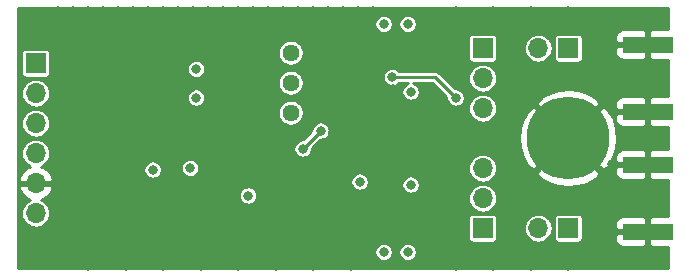
<source format=gbr>
G04 #@! TF.GenerationSoftware,KiCad,Pcbnew,5.1.4-e60b266~84~ubuntu18.04.1*
G04 #@! TF.CreationDate,2019-09-09T22:27:04+10:00*
G04 #@! TF.ProjectId,comparator,636f6d70-6172-4617-946f-722e6b696361,21/06/19*
G04 #@! TF.SameCoordinates,Original*
G04 #@! TF.FileFunction,Copper,L4,Bot*
G04 #@! TF.FilePolarity,Positive*
%FSLAX46Y46*%
G04 Gerber Fmt 4.6, Leading zero omitted, Abs format (unit mm)*
G04 Created by KiCad (PCBNEW 5.1.4-e60b266~84~ubuntu18.04.1) date 2019-09-09 22:27:04*
%MOMM*%
%LPD*%
G04 APERTURE LIST*
%ADD10C,7.000000*%
%ADD11C,0.800000*%
%ADD12R,1.700000X1.700000*%
%ADD13O,1.700000X1.700000*%
%ADD14C,1.440000*%
%ADD15R,4.200000X1.350000*%
%ADD16C,0.250000*%
%ADD17C,0.254000*%
G04 APERTURE END LIST*
D10*
X168910000Y-97790000D03*
D11*
X171535000Y-97790000D03*
X170766155Y-99646155D03*
X168910000Y-100415000D03*
X167053845Y-99646155D03*
X166285000Y-97790000D03*
X167053845Y-95933845D03*
X168910000Y-95165000D03*
X170766155Y-95933845D03*
D12*
X123825000Y-91440000D03*
D13*
X123825000Y-93980000D03*
X123825000Y-96520000D03*
X123825000Y-99060000D03*
X123825000Y-101600000D03*
X123825000Y-104140000D03*
X166370000Y-105410000D03*
D12*
X168910000Y-105410000D03*
D13*
X161671000Y-100330000D03*
X161671000Y-102870000D03*
D12*
X161671000Y-105410000D03*
X168910000Y-90170000D03*
D13*
X166370000Y-90170000D03*
D12*
X161671000Y-90170000D03*
D13*
X161671000Y-92710000D03*
X161671000Y-95250000D03*
D14*
X145415000Y-90551000D03*
X145415000Y-93091000D03*
X145415000Y-95631000D03*
D15*
X175641000Y-105695000D03*
X175641000Y-100045000D03*
X175641000Y-89885000D03*
X175641000Y-95535000D03*
D11*
X133350000Y-86995000D03*
X134620000Y-86995000D03*
X135890000Y-86995000D03*
X137160000Y-86995000D03*
X138430000Y-86995000D03*
X139700000Y-86995000D03*
X140970000Y-86995000D03*
X142240000Y-86995000D03*
X143510000Y-86995000D03*
X144780000Y-86995000D03*
X146050000Y-86995000D03*
X147320000Y-86995000D03*
X148590000Y-86995000D03*
X149860000Y-86995000D03*
X151130000Y-86995000D03*
X152400000Y-86995000D03*
X125730000Y-86995000D03*
X128270000Y-86995000D03*
X129540000Y-86995000D03*
X130810000Y-86995000D03*
X132080000Y-86995000D03*
X127000000Y-86995000D03*
X142748000Y-100076000D03*
X138430000Y-105791000D03*
X140081000Y-105791000D03*
X137160000Y-104521000D03*
X145415000Y-105918000D03*
X146939000Y-105918000D03*
X148590000Y-105918000D03*
X141859000Y-100076000D03*
X143637000Y-100076000D03*
X125603000Y-101600000D03*
X125603000Y-100711000D03*
X125603000Y-102489000D03*
X125984000Y-106045000D03*
X127254000Y-107442000D03*
X128524000Y-106045000D03*
X135255000Y-107442000D03*
X135255000Y-104648000D03*
X135255000Y-102870000D03*
X135255000Y-100076000D03*
X141605000Y-92456000D03*
X141605000Y-93853000D03*
X152654000Y-96520000D03*
X154051000Y-96520000D03*
X152654000Y-98552000D03*
X154051000Y-99187000D03*
X152654000Y-100584000D03*
X154051000Y-101981000D03*
X152908000Y-97536000D03*
X152400000Y-93599000D03*
X154051000Y-93599000D03*
X157226000Y-87757000D03*
X155829000Y-90932000D03*
X157226000Y-107823000D03*
X155829000Y-104648000D03*
X175641000Y-107315000D03*
X175641000Y-104140000D03*
X172593000Y-105664000D03*
X175641000Y-98425000D03*
X172593000Y-99949000D03*
X175641000Y-101600000D03*
X175641000Y-97155000D03*
X172593000Y-95504000D03*
X175641000Y-93980000D03*
X175641000Y-91440000D03*
X175641000Y-88265000D03*
X172593000Y-89916000D03*
X173482000Y-88265000D03*
X173482000Y-91440000D03*
X173355000Y-93980000D03*
X173355000Y-97155000D03*
X173355000Y-98425000D03*
X173355000Y-101600000D03*
X173355000Y-104140000D03*
X173355000Y-107315000D03*
X162687000Y-99187000D03*
X164084000Y-97790000D03*
X162687000Y-96393000D03*
X149733000Y-97282000D03*
X132969000Y-96901000D03*
X125857000Y-92710000D03*
X134874000Y-96393000D03*
X131572000Y-98171000D03*
X125857000Y-95250000D03*
X125857000Y-89916000D03*
X128270000Y-108585000D03*
X131445000Y-108585000D03*
X134620000Y-108585000D03*
X137795000Y-108585000D03*
X140970000Y-108585000D03*
X144145000Y-108585000D03*
X147320000Y-108585000D03*
X150495000Y-108585000D03*
X159385000Y-108585000D03*
X162560000Y-108585000D03*
X165735000Y-108585000D03*
X168910000Y-108585000D03*
X159385000Y-86995000D03*
X162560000Y-86995000D03*
X165735000Y-86995000D03*
X168910000Y-86995000D03*
X164465000Y-91440000D03*
X164465000Y-93980000D03*
X171450000Y-93980000D03*
X171450000Y-91440000D03*
X164465000Y-101600000D03*
X164465000Y-104140000D03*
X171450000Y-101600000D03*
X171450000Y-104140000D03*
X158877000Y-97790000D03*
X158115000Y-94234000D03*
X158115000Y-101600000D03*
X147193000Y-99441000D03*
X147193000Y-96393000D03*
X131318000Y-92710000D03*
X129032000Y-95758000D03*
X130175000Y-94234000D03*
X148971000Y-97282000D03*
X155575000Y-101727000D03*
X136906000Y-100330000D03*
X137414000Y-91948000D03*
X133731000Y-100457000D03*
X141826591Y-102646002D03*
X153289000Y-88138000D03*
X155321000Y-107442000D03*
X155321000Y-88138000D03*
X155575000Y-93853000D03*
X137414000Y-94361000D03*
X151257000Y-101473000D03*
X153289000Y-107442000D03*
X154014000Y-92599683D03*
X159385000Y-94361000D03*
X147955000Y-97155000D03*
X146431000Y-98679000D03*
D16*
X159385000Y-94361000D02*
X158985001Y-93961001D01*
X158985001Y-93961001D02*
X157623683Y-92599683D01*
X154014000Y-92599683D02*
X157623683Y-92599683D01*
X146431000Y-98679000D02*
X147955000Y-97155000D01*
D17*
G36*
X177373000Y-88572551D02*
G01*
X175926750Y-88575000D01*
X175768000Y-88733750D01*
X175768000Y-89758000D01*
X175788000Y-89758000D01*
X175788000Y-90012000D01*
X175768000Y-90012000D01*
X175768000Y-91036250D01*
X175926750Y-91195000D01*
X177373000Y-91197449D01*
X177373000Y-94222551D01*
X175926750Y-94225000D01*
X175768000Y-94383750D01*
X175768000Y-95408000D01*
X175788000Y-95408000D01*
X175788000Y-95662000D01*
X175768000Y-95662000D01*
X175768000Y-96686250D01*
X175926750Y-96845000D01*
X177373000Y-96847449D01*
X177373001Y-98732551D01*
X175926750Y-98735000D01*
X175768000Y-98893750D01*
X175768000Y-99918000D01*
X175788000Y-99918000D01*
X175788000Y-100172000D01*
X175768000Y-100172000D01*
X175768000Y-101196250D01*
X175926750Y-101355000D01*
X177373001Y-101357449D01*
X177373001Y-104382551D01*
X175926750Y-104385000D01*
X175768000Y-104543750D01*
X175768000Y-105568000D01*
X175788000Y-105568000D01*
X175788000Y-105822000D01*
X175768000Y-105822000D01*
X175768000Y-106846250D01*
X175926750Y-107005000D01*
X177373001Y-107007449D01*
X177373001Y-108793000D01*
X122322000Y-108793000D01*
X122322000Y-107365472D01*
X152512000Y-107365472D01*
X152512000Y-107518528D01*
X152541859Y-107668643D01*
X152600431Y-107810048D01*
X152685464Y-107937309D01*
X152793691Y-108045536D01*
X152920952Y-108130569D01*
X153062357Y-108189141D01*
X153212472Y-108219000D01*
X153365528Y-108219000D01*
X153515643Y-108189141D01*
X153657048Y-108130569D01*
X153784309Y-108045536D01*
X153892536Y-107937309D01*
X153977569Y-107810048D01*
X154036141Y-107668643D01*
X154066000Y-107518528D01*
X154066000Y-107365472D01*
X154544000Y-107365472D01*
X154544000Y-107518528D01*
X154573859Y-107668643D01*
X154632431Y-107810048D01*
X154717464Y-107937309D01*
X154825691Y-108045536D01*
X154952952Y-108130569D01*
X155094357Y-108189141D01*
X155244472Y-108219000D01*
X155397528Y-108219000D01*
X155547643Y-108189141D01*
X155689048Y-108130569D01*
X155816309Y-108045536D01*
X155924536Y-107937309D01*
X156009569Y-107810048D01*
X156068141Y-107668643D01*
X156098000Y-107518528D01*
X156098000Y-107365472D01*
X156068141Y-107215357D01*
X156009569Y-107073952D01*
X155924536Y-106946691D01*
X155816309Y-106838464D01*
X155689048Y-106753431D01*
X155547643Y-106694859D01*
X155397528Y-106665000D01*
X155244472Y-106665000D01*
X155094357Y-106694859D01*
X154952952Y-106753431D01*
X154825691Y-106838464D01*
X154717464Y-106946691D01*
X154632431Y-107073952D01*
X154573859Y-107215357D01*
X154544000Y-107365472D01*
X154066000Y-107365472D01*
X154036141Y-107215357D01*
X153977569Y-107073952D01*
X153892536Y-106946691D01*
X153784309Y-106838464D01*
X153657048Y-106753431D01*
X153515643Y-106694859D01*
X153365528Y-106665000D01*
X153212472Y-106665000D01*
X153062357Y-106694859D01*
X152920952Y-106753431D01*
X152793691Y-106838464D01*
X152685464Y-106946691D01*
X152600431Y-107073952D01*
X152541859Y-107215357D01*
X152512000Y-107365472D01*
X122322000Y-107365472D01*
X122322000Y-101956890D01*
X122383524Y-101956890D01*
X122428175Y-102104099D01*
X122553359Y-102366920D01*
X122727412Y-102600269D01*
X122943645Y-102795178D01*
X123193748Y-102944157D01*
X123353488Y-103000821D01*
X123353176Y-103000916D01*
X123140017Y-103114851D01*
X122953183Y-103268183D01*
X122799851Y-103455017D01*
X122685916Y-103668176D01*
X122615755Y-103899466D01*
X122592064Y-104140000D01*
X122615755Y-104380534D01*
X122685916Y-104611824D01*
X122799851Y-104824983D01*
X122953183Y-105011817D01*
X123140017Y-105165149D01*
X123353176Y-105279084D01*
X123584466Y-105349245D01*
X123764732Y-105367000D01*
X123885268Y-105367000D01*
X124065534Y-105349245D01*
X124296824Y-105279084D01*
X124509983Y-105165149D01*
X124696817Y-105011817D01*
X124850149Y-104824983D01*
X124964084Y-104611824D01*
X124979804Y-104560000D01*
X160442176Y-104560000D01*
X160442176Y-106260000D01*
X160449455Y-106333905D01*
X160471012Y-106404970D01*
X160506019Y-106470463D01*
X160553131Y-106527869D01*
X160610537Y-106574981D01*
X160676030Y-106609988D01*
X160747095Y-106631545D01*
X160821000Y-106638824D01*
X162521000Y-106638824D01*
X162594905Y-106631545D01*
X162665970Y-106609988D01*
X162731463Y-106574981D01*
X162788869Y-106527869D01*
X162835981Y-106470463D01*
X162870988Y-106404970D01*
X162892545Y-106333905D01*
X162899824Y-106260000D01*
X162899824Y-105410000D01*
X165137064Y-105410000D01*
X165160755Y-105650534D01*
X165230916Y-105881824D01*
X165344851Y-106094983D01*
X165498183Y-106281817D01*
X165685017Y-106435149D01*
X165898176Y-106549084D01*
X166129466Y-106619245D01*
X166309732Y-106637000D01*
X166430268Y-106637000D01*
X166610534Y-106619245D01*
X166841824Y-106549084D01*
X167054983Y-106435149D01*
X167241817Y-106281817D01*
X167395149Y-106094983D01*
X167509084Y-105881824D01*
X167579245Y-105650534D01*
X167602936Y-105410000D01*
X167579245Y-105169466D01*
X167509084Y-104938176D01*
X167395149Y-104725017D01*
X167259722Y-104560000D01*
X167681176Y-104560000D01*
X167681176Y-106260000D01*
X167688455Y-106333905D01*
X167710012Y-106404970D01*
X167745019Y-106470463D01*
X167792131Y-106527869D01*
X167849537Y-106574981D01*
X167915030Y-106609988D01*
X167986095Y-106631545D01*
X168060000Y-106638824D01*
X169760000Y-106638824D01*
X169833905Y-106631545D01*
X169904970Y-106609988D01*
X169970463Y-106574981D01*
X170027869Y-106527869D01*
X170074981Y-106470463D01*
X170109988Y-106404970D01*
X170120595Y-106370000D01*
X172902928Y-106370000D01*
X172915188Y-106494482D01*
X172951498Y-106614180D01*
X173010463Y-106724494D01*
X173089815Y-106821185D01*
X173186506Y-106900537D01*
X173296820Y-106959502D01*
X173416518Y-106995812D01*
X173541000Y-107008072D01*
X175355250Y-107005000D01*
X175514000Y-106846250D01*
X175514000Y-105822000D01*
X173064750Y-105822000D01*
X172906000Y-105980750D01*
X172902928Y-106370000D01*
X170120595Y-106370000D01*
X170131545Y-106333905D01*
X170138824Y-106260000D01*
X170138824Y-105020000D01*
X172902928Y-105020000D01*
X172906000Y-105409250D01*
X173064750Y-105568000D01*
X175514000Y-105568000D01*
X175514000Y-104543750D01*
X175355250Y-104385000D01*
X173541000Y-104381928D01*
X173416518Y-104394188D01*
X173296820Y-104430498D01*
X173186506Y-104489463D01*
X173089815Y-104568815D01*
X173010463Y-104665506D01*
X172951498Y-104775820D01*
X172915188Y-104895518D01*
X172902928Y-105020000D01*
X170138824Y-105020000D01*
X170138824Y-104560000D01*
X170131545Y-104486095D01*
X170109988Y-104415030D01*
X170074981Y-104349537D01*
X170027869Y-104292131D01*
X169970463Y-104245019D01*
X169904970Y-104210012D01*
X169833905Y-104188455D01*
X169760000Y-104181176D01*
X168060000Y-104181176D01*
X167986095Y-104188455D01*
X167915030Y-104210012D01*
X167849537Y-104245019D01*
X167792131Y-104292131D01*
X167745019Y-104349537D01*
X167710012Y-104415030D01*
X167688455Y-104486095D01*
X167681176Y-104560000D01*
X167259722Y-104560000D01*
X167241817Y-104538183D01*
X167054983Y-104384851D01*
X166841824Y-104270916D01*
X166610534Y-104200755D01*
X166430268Y-104183000D01*
X166309732Y-104183000D01*
X166129466Y-104200755D01*
X165898176Y-104270916D01*
X165685017Y-104384851D01*
X165498183Y-104538183D01*
X165344851Y-104725017D01*
X165230916Y-104938176D01*
X165160755Y-105169466D01*
X165137064Y-105410000D01*
X162899824Y-105410000D01*
X162899824Y-104560000D01*
X162892545Y-104486095D01*
X162870988Y-104415030D01*
X162835981Y-104349537D01*
X162788869Y-104292131D01*
X162731463Y-104245019D01*
X162665970Y-104210012D01*
X162594905Y-104188455D01*
X162521000Y-104181176D01*
X160821000Y-104181176D01*
X160747095Y-104188455D01*
X160676030Y-104210012D01*
X160610537Y-104245019D01*
X160553131Y-104292131D01*
X160506019Y-104349537D01*
X160471012Y-104415030D01*
X160449455Y-104486095D01*
X160442176Y-104560000D01*
X124979804Y-104560000D01*
X125034245Y-104380534D01*
X125057936Y-104140000D01*
X125034245Y-103899466D01*
X124964084Y-103668176D01*
X124850149Y-103455017D01*
X124696817Y-103268183D01*
X124509983Y-103114851D01*
X124296824Y-103000916D01*
X124296512Y-103000821D01*
X124456252Y-102944157D01*
X124706355Y-102795178D01*
X124922588Y-102600269D01*
X124945557Y-102569474D01*
X141049591Y-102569474D01*
X141049591Y-102722530D01*
X141079450Y-102872645D01*
X141138022Y-103014050D01*
X141223055Y-103141311D01*
X141331282Y-103249538D01*
X141458543Y-103334571D01*
X141599948Y-103393143D01*
X141750063Y-103423002D01*
X141903119Y-103423002D01*
X142053234Y-103393143D01*
X142194639Y-103334571D01*
X142321900Y-103249538D01*
X142430127Y-103141311D01*
X142515160Y-103014050D01*
X142573732Y-102872645D01*
X142574258Y-102870000D01*
X160438064Y-102870000D01*
X160461755Y-103110534D01*
X160531916Y-103341824D01*
X160645851Y-103554983D01*
X160799183Y-103741817D01*
X160986017Y-103895149D01*
X161199176Y-104009084D01*
X161430466Y-104079245D01*
X161610732Y-104097000D01*
X161731268Y-104097000D01*
X161911534Y-104079245D01*
X162142824Y-104009084D01*
X162355983Y-103895149D01*
X162542817Y-103741817D01*
X162696149Y-103554983D01*
X162810084Y-103341824D01*
X162880245Y-103110534D01*
X162903936Y-102870000D01*
X162880245Y-102629466D01*
X162810084Y-102398176D01*
X162696149Y-102185017D01*
X162542817Y-101998183D01*
X162355983Y-101844851D01*
X162142824Y-101730916D01*
X161911534Y-101660755D01*
X161731268Y-101643000D01*
X161610732Y-101643000D01*
X161430466Y-101660755D01*
X161199176Y-101730916D01*
X160986017Y-101844851D01*
X160799183Y-101998183D01*
X160645851Y-102185017D01*
X160531916Y-102398176D01*
X160461755Y-102629466D01*
X160438064Y-102870000D01*
X142574258Y-102870000D01*
X142603591Y-102722530D01*
X142603591Y-102569474D01*
X142573732Y-102419359D01*
X142515160Y-102277954D01*
X142430127Y-102150693D01*
X142321900Y-102042466D01*
X142194639Y-101957433D01*
X142053234Y-101898861D01*
X141903119Y-101869002D01*
X141750063Y-101869002D01*
X141599948Y-101898861D01*
X141458543Y-101957433D01*
X141331282Y-102042466D01*
X141223055Y-102150693D01*
X141138022Y-102277954D01*
X141079450Y-102419359D01*
X141049591Y-102569474D01*
X124945557Y-102569474D01*
X125096641Y-102366920D01*
X125221825Y-102104099D01*
X125266476Y-101956890D01*
X125145155Y-101727000D01*
X123952000Y-101727000D01*
X123952000Y-101747000D01*
X123698000Y-101747000D01*
X123698000Y-101727000D01*
X122504845Y-101727000D01*
X122383524Y-101956890D01*
X122322000Y-101956890D01*
X122322000Y-101243110D01*
X122383524Y-101243110D01*
X122504845Y-101473000D01*
X123698000Y-101473000D01*
X123698000Y-101453000D01*
X123952000Y-101453000D01*
X123952000Y-101473000D01*
X125145155Y-101473000D01*
X125185541Y-101396472D01*
X150480000Y-101396472D01*
X150480000Y-101549528D01*
X150509859Y-101699643D01*
X150568431Y-101841048D01*
X150653464Y-101968309D01*
X150761691Y-102076536D01*
X150888952Y-102161569D01*
X151030357Y-102220141D01*
X151180472Y-102250000D01*
X151333528Y-102250000D01*
X151483643Y-102220141D01*
X151625048Y-102161569D01*
X151752309Y-102076536D01*
X151860536Y-101968309D01*
X151945569Y-101841048D01*
X152004141Y-101699643D01*
X152013921Y-101650472D01*
X154798000Y-101650472D01*
X154798000Y-101803528D01*
X154827859Y-101953643D01*
X154886431Y-102095048D01*
X154971464Y-102222309D01*
X155079691Y-102330536D01*
X155206952Y-102415569D01*
X155348357Y-102474141D01*
X155498472Y-102504000D01*
X155651528Y-102504000D01*
X155801643Y-102474141D01*
X155943048Y-102415569D01*
X156070309Y-102330536D01*
X156178536Y-102222309D01*
X156263569Y-102095048D01*
X156322141Y-101953643D01*
X156352000Y-101803528D01*
X156352000Y-101650472D01*
X156322141Y-101500357D01*
X156263569Y-101358952D01*
X156178536Y-101231691D01*
X156070309Y-101123464D01*
X155943048Y-101038431D01*
X155801643Y-100979859D01*
X155651528Y-100950000D01*
X155498472Y-100950000D01*
X155348357Y-100979859D01*
X155206952Y-101038431D01*
X155079691Y-101123464D01*
X154971464Y-101231691D01*
X154886431Y-101358952D01*
X154827859Y-101500357D01*
X154798000Y-101650472D01*
X152013921Y-101650472D01*
X152034000Y-101549528D01*
X152034000Y-101396472D01*
X152004141Y-101246357D01*
X151945569Y-101104952D01*
X151860536Y-100977691D01*
X151752309Y-100869464D01*
X151625048Y-100784431D01*
X151483643Y-100725859D01*
X151333528Y-100696000D01*
X151180472Y-100696000D01*
X151030357Y-100725859D01*
X150888952Y-100784431D01*
X150761691Y-100869464D01*
X150653464Y-100977691D01*
X150568431Y-101104952D01*
X150509859Y-101246357D01*
X150480000Y-101396472D01*
X125185541Y-101396472D01*
X125266476Y-101243110D01*
X125221825Y-101095901D01*
X125096641Y-100833080D01*
X124922588Y-100599731D01*
X124706355Y-100404822D01*
X124665477Y-100380472D01*
X132954000Y-100380472D01*
X132954000Y-100533528D01*
X132983859Y-100683643D01*
X133042431Y-100825048D01*
X133127464Y-100952309D01*
X133235691Y-101060536D01*
X133362952Y-101145569D01*
X133504357Y-101204141D01*
X133654472Y-101234000D01*
X133807528Y-101234000D01*
X133957643Y-101204141D01*
X134099048Y-101145569D01*
X134226309Y-101060536D01*
X134334536Y-100952309D01*
X134419569Y-100825048D01*
X134478141Y-100683643D01*
X134508000Y-100533528D01*
X134508000Y-100380472D01*
X134482739Y-100253472D01*
X136129000Y-100253472D01*
X136129000Y-100406528D01*
X136158859Y-100556643D01*
X136217431Y-100698048D01*
X136302464Y-100825309D01*
X136410691Y-100933536D01*
X136537952Y-101018569D01*
X136679357Y-101077141D01*
X136829472Y-101107000D01*
X136982528Y-101107000D01*
X137132643Y-101077141D01*
X137274048Y-101018569D01*
X137401309Y-100933536D01*
X137509536Y-100825309D01*
X137594569Y-100698048D01*
X137653141Y-100556643D01*
X137683000Y-100406528D01*
X137683000Y-100330000D01*
X160438064Y-100330000D01*
X160461755Y-100570534D01*
X160531916Y-100801824D01*
X160645851Y-101014983D01*
X160799183Y-101201817D01*
X160986017Y-101355149D01*
X161199176Y-101469084D01*
X161430466Y-101539245D01*
X161610732Y-101557000D01*
X161731268Y-101557000D01*
X161911534Y-101539245D01*
X162142824Y-101469084D01*
X162355983Y-101355149D01*
X162542817Y-101201817D01*
X162696149Y-101014983D01*
X162810084Y-100801824D01*
X162839711Y-100704155D01*
X166175450Y-100704155D01*
X166571634Y-101224550D01*
X167286612Y-101614748D01*
X168063976Y-101857964D01*
X168873853Y-101944851D01*
X169685118Y-101872069D01*
X170466597Y-101642415D01*
X171188256Y-101264715D01*
X171248366Y-101224550D01*
X171632486Y-100720000D01*
X172902928Y-100720000D01*
X172915188Y-100844482D01*
X172951498Y-100964180D01*
X173010463Y-101074494D01*
X173089815Y-101171185D01*
X173186506Y-101250537D01*
X173296820Y-101309502D01*
X173416518Y-101345812D01*
X173541000Y-101358072D01*
X175355250Y-101355000D01*
X175514000Y-101196250D01*
X175514000Y-100172000D01*
X173064750Y-100172000D01*
X172906000Y-100330750D01*
X172902928Y-100720000D01*
X171632486Y-100720000D01*
X171644550Y-100704155D01*
X168910000Y-97969605D01*
X166175450Y-100704155D01*
X162839711Y-100704155D01*
X162880245Y-100570534D01*
X162903936Y-100330000D01*
X162880245Y-100089466D01*
X162810084Y-99858176D01*
X162696149Y-99645017D01*
X162542817Y-99458183D01*
X162355983Y-99304851D01*
X162142824Y-99190916D01*
X161911534Y-99120755D01*
X161731268Y-99103000D01*
X161610732Y-99103000D01*
X161430466Y-99120755D01*
X161199176Y-99190916D01*
X160986017Y-99304851D01*
X160799183Y-99458183D01*
X160645851Y-99645017D01*
X160531916Y-99858176D01*
X160461755Y-100089466D01*
X160438064Y-100330000D01*
X137683000Y-100330000D01*
X137683000Y-100253472D01*
X137653141Y-100103357D01*
X137594569Y-99961952D01*
X137509536Y-99834691D01*
X137401309Y-99726464D01*
X137274048Y-99641431D01*
X137132643Y-99582859D01*
X136982528Y-99553000D01*
X136829472Y-99553000D01*
X136679357Y-99582859D01*
X136537952Y-99641431D01*
X136410691Y-99726464D01*
X136302464Y-99834691D01*
X136217431Y-99961952D01*
X136158859Y-100103357D01*
X136129000Y-100253472D01*
X134482739Y-100253472D01*
X134478141Y-100230357D01*
X134419569Y-100088952D01*
X134334536Y-99961691D01*
X134226309Y-99853464D01*
X134099048Y-99768431D01*
X133957643Y-99709859D01*
X133807528Y-99680000D01*
X133654472Y-99680000D01*
X133504357Y-99709859D01*
X133362952Y-99768431D01*
X133235691Y-99853464D01*
X133127464Y-99961691D01*
X133042431Y-100088952D01*
X132983859Y-100230357D01*
X132954000Y-100380472D01*
X124665477Y-100380472D01*
X124456252Y-100255843D01*
X124296512Y-100199179D01*
X124296824Y-100199084D01*
X124509983Y-100085149D01*
X124696817Y-99931817D01*
X124850149Y-99744983D01*
X124964084Y-99531824D01*
X125034245Y-99300534D01*
X125057936Y-99060000D01*
X125034245Y-98819466D01*
X124968421Y-98602472D01*
X145654000Y-98602472D01*
X145654000Y-98755528D01*
X145683859Y-98905643D01*
X145742431Y-99047048D01*
X145827464Y-99174309D01*
X145935691Y-99282536D01*
X146062952Y-99367569D01*
X146204357Y-99426141D01*
X146354472Y-99456000D01*
X146507528Y-99456000D01*
X146657643Y-99426141D01*
X146799048Y-99367569D01*
X146926309Y-99282536D01*
X147034536Y-99174309D01*
X147119569Y-99047048D01*
X147178141Y-98905643D01*
X147208000Y-98755528D01*
X147208000Y-98611934D01*
X147887935Y-97932000D01*
X148031528Y-97932000D01*
X148181643Y-97902141D01*
X148323048Y-97843569D01*
X148450309Y-97758536D01*
X148454992Y-97753853D01*
X164755149Y-97753853D01*
X164827931Y-98565118D01*
X165057585Y-99346597D01*
X165435285Y-100068256D01*
X165475450Y-100128366D01*
X165995845Y-100524550D01*
X168730395Y-97790000D01*
X169089605Y-97790000D01*
X171824155Y-100524550D01*
X172344550Y-100128366D01*
X172734748Y-99413388D01*
X172748322Y-99370000D01*
X172902928Y-99370000D01*
X172906000Y-99759250D01*
X173064750Y-99918000D01*
X175514000Y-99918000D01*
X175514000Y-98893750D01*
X175355250Y-98735000D01*
X173541000Y-98731928D01*
X173416518Y-98744188D01*
X173296820Y-98780498D01*
X173186506Y-98839463D01*
X173089815Y-98918815D01*
X173010463Y-99015506D01*
X172951498Y-99125820D01*
X172915188Y-99245518D01*
X172902928Y-99370000D01*
X172748322Y-99370000D01*
X172977964Y-98636024D01*
X173064851Y-97826147D01*
X172992069Y-97014882D01*
X172762415Y-96233403D01*
X172750167Y-96210000D01*
X172902928Y-96210000D01*
X172915188Y-96334482D01*
X172951498Y-96454180D01*
X173010463Y-96564494D01*
X173089815Y-96661185D01*
X173186506Y-96740537D01*
X173296820Y-96799502D01*
X173416518Y-96835812D01*
X173541000Y-96848072D01*
X175355250Y-96845000D01*
X175514000Y-96686250D01*
X175514000Y-95662000D01*
X173064750Y-95662000D01*
X172906000Y-95820750D01*
X172902928Y-96210000D01*
X172750167Y-96210000D01*
X172384715Y-95511744D01*
X172344550Y-95451634D01*
X171824155Y-95055450D01*
X169089605Y-97790000D01*
X168730395Y-97790000D01*
X165995845Y-95055450D01*
X165475450Y-95451634D01*
X165085252Y-96166612D01*
X164842036Y-96943976D01*
X164755149Y-97753853D01*
X148454992Y-97753853D01*
X148558536Y-97650309D01*
X148643569Y-97523048D01*
X148702141Y-97381643D01*
X148732000Y-97231528D01*
X148732000Y-97078472D01*
X148702141Y-96928357D01*
X148643569Y-96786952D01*
X148558536Y-96659691D01*
X148450309Y-96551464D01*
X148323048Y-96466431D01*
X148181643Y-96407859D01*
X148031528Y-96378000D01*
X147878472Y-96378000D01*
X147728357Y-96407859D01*
X147586952Y-96466431D01*
X147459691Y-96551464D01*
X147351464Y-96659691D01*
X147266431Y-96786952D01*
X147207859Y-96928357D01*
X147178000Y-97078472D01*
X147178000Y-97222065D01*
X146498066Y-97902000D01*
X146354472Y-97902000D01*
X146204357Y-97931859D01*
X146062952Y-97990431D01*
X145935691Y-98075464D01*
X145827464Y-98183691D01*
X145742431Y-98310952D01*
X145683859Y-98452357D01*
X145654000Y-98602472D01*
X124968421Y-98602472D01*
X124964084Y-98588176D01*
X124850149Y-98375017D01*
X124696817Y-98188183D01*
X124509983Y-98034851D01*
X124296824Y-97920916D01*
X124065534Y-97850755D01*
X123885268Y-97833000D01*
X123764732Y-97833000D01*
X123584466Y-97850755D01*
X123353176Y-97920916D01*
X123140017Y-98034851D01*
X122953183Y-98188183D01*
X122799851Y-98375017D01*
X122685916Y-98588176D01*
X122615755Y-98819466D01*
X122592064Y-99060000D01*
X122615755Y-99300534D01*
X122685916Y-99531824D01*
X122799851Y-99744983D01*
X122953183Y-99931817D01*
X123140017Y-100085149D01*
X123353176Y-100199084D01*
X123353488Y-100199179D01*
X123193748Y-100255843D01*
X122943645Y-100404822D01*
X122727412Y-100599731D01*
X122553359Y-100833080D01*
X122428175Y-101095901D01*
X122383524Y-101243110D01*
X122322000Y-101243110D01*
X122322000Y-96520000D01*
X122592064Y-96520000D01*
X122615755Y-96760534D01*
X122685916Y-96991824D01*
X122799851Y-97204983D01*
X122953183Y-97391817D01*
X123140017Y-97545149D01*
X123353176Y-97659084D01*
X123584466Y-97729245D01*
X123764732Y-97747000D01*
X123885268Y-97747000D01*
X124065534Y-97729245D01*
X124296824Y-97659084D01*
X124509983Y-97545149D01*
X124696817Y-97391817D01*
X124850149Y-97204983D01*
X124964084Y-96991824D01*
X125034245Y-96760534D01*
X125057936Y-96520000D01*
X125034245Y-96279466D01*
X124964084Y-96048176D01*
X124850149Y-95835017D01*
X124696817Y-95648183D01*
X124544228Y-95522955D01*
X144318000Y-95522955D01*
X144318000Y-95739045D01*
X144360157Y-95950983D01*
X144442851Y-96150624D01*
X144562904Y-96330297D01*
X144715703Y-96483096D01*
X144895376Y-96603149D01*
X145095017Y-96685843D01*
X145306955Y-96728000D01*
X145523045Y-96728000D01*
X145734983Y-96685843D01*
X145934624Y-96603149D01*
X146114297Y-96483096D01*
X146267096Y-96330297D01*
X146387149Y-96150624D01*
X146469843Y-95950983D01*
X146512000Y-95739045D01*
X146512000Y-95522955D01*
X146469843Y-95311017D01*
X146444569Y-95250000D01*
X160438064Y-95250000D01*
X160461755Y-95490534D01*
X160531916Y-95721824D01*
X160645851Y-95934983D01*
X160799183Y-96121817D01*
X160986017Y-96275149D01*
X161199176Y-96389084D01*
X161430466Y-96459245D01*
X161610732Y-96477000D01*
X161731268Y-96477000D01*
X161911534Y-96459245D01*
X162142824Y-96389084D01*
X162355983Y-96275149D01*
X162542817Y-96121817D01*
X162696149Y-95934983D01*
X162810084Y-95721824D01*
X162880245Y-95490534D01*
X162903936Y-95250000D01*
X162880245Y-95009466D01*
X162839712Y-94875845D01*
X166175450Y-94875845D01*
X168910000Y-97610395D01*
X171644550Y-94875845D01*
X171632487Y-94860000D01*
X172902928Y-94860000D01*
X172906000Y-95249250D01*
X173064750Y-95408000D01*
X175514000Y-95408000D01*
X175514000Y-94383750D01*
X175355250Y-94225000D01*
X173541000Y-94221928D01*
X173416518Y-94234188D01*
X173296820Y-94270498D01*
X173186506Y-94329463D01*
X173089815Y-94408815D01*
X173010463Y-94505506D01*
X172951498Y-94615820D01*
X172915188Y-94735518D01*
X172902928Y-94860000D01*
X171632487Y-94860000D01*
X171248366Y-94355450D01*
X170533388Y-93965252D01*
X169756024Y-93722036D01*
X168946147Y-93635149D01*
X168134882Y-93707931D01*
X167353403Y-93937585D01*
X166631744Y-94315285D01*
X166571634Y-94355450D01*
X166175450Y-94875845D01*
X162839712Y-94875845D01*
X162810084Y-94778176D01*
X162696149Y-94565017D01*
X162542817Y-94378183D01*
X162355983Y-94224851D01*
X162142824Y-94110916D01*
X161911534Y-94040755D01*
X161731268Y-94023000D01*
X161610732Y-94023000D01*
X161430466Y-94040755D01*
X161199176Y-94110916D01*
X160986017Y-94224851D01*
X160799183Y-94378183D01*
X160645851Y-94565017D01*
X160531916Y-94778176D01*
X160461755Y-95009466D01*
X160438064Y-95250000D01*
X146444569Y-95250000D01*
X146387149Y-95111376D01*
X146267096Y-94931703D01*
X146114297Y-94778904D01*
X145934624Y-94658851D01*
X145734983Y-94576157D01*
X145523045Y-94534000D01*
X145306955Y-94534000D01*
X145095017Y-94576157D01*
X144895376Y-94658851D01*
X144715703Y-94778904D01*
X144562904Y-94931703D01*
X144442851Y-95111376D01*
X144360157Y-95311017D01*
X144318000Y-95522955D01*
X124544228Y-95522955D01*
X124509983Y-95494851D01*
X124296824Y-95380916D01*
X124065534Y-95310755D01*
X123885268Y-95293000D01*
X123764732Y-95293000D01*
X123584466Y-95310755D01*
X123353176Y-95380916D01*
X123140017Y-95494851D01*
X122953183Y-95648183D01*
X122799851Y-95835017D01*
X122685916Y-96048176D01*
X122615755Y-96279466D01*
X122592064Y-96520000D01*
X122322000Y-96520000D01*
X122322000Y-93980000D01*
X122592064Y-93980000D01*
X122615755Y-94220534D01*
X122685916Y-94451824D01*
X122799851Y-94664983D01*
X122953183Y-94851817D01*
X123140017Y-95005149D01*
X123353176Y-95119084D01*
X123584466Y-95189245D01*
X123764732Y-95207000D01*
X123885268Y-95207000D01*
X124065534Y-95189245D01*
X124296824Y-95119084D01*
X124509983Y-95005149D01*
X124696817Y-94851817D01*
X124850149Y-94664983D01*
X124964084Y-94451824D01*
X125014849Y-94284472D01*
X136637000Y-94284472D01*
X136637000Y-94437528D01*
X136666859Y-94587643D01*
X136725431Y-94729048D01*
X136810464Y-94856309D01*
X136918691Y-94964536D01*
X137045952Y-95049569D01*
X137187357Y-95108141D01*
X137337472Y-95138000D01*
X137490528Y-95138000D01*
X137640643Y-95108141D01*
X137782048Y-95049569D01*
X137909309Y-94964536D01*
X138017536Y-94856309D01*
X138102569Y-94729048D01*
X138161141Y-94587643D01*
X138191000Y-94437528D01*
X138191000Y-94284472D01*
X138161141Y-94134357D01*
X138102569Y-93992952D01*
X138017536Y-93865691D01*
X137909309Y-93757464D01*
X137782048Y-93672431D01*
X137640643Y-93613859D01*
X137490528Y-93584000D01*
X137337472Y-93584000D01*
X137187357Y-93613859D01*
X137045952Y-93672431D01*
X136918691Y-93757464D01*
X136810464Y-93865691D01*
X136725431Y-93992952D01*
X136666859Y-94134357D01*
X136637000Y-94284472D01*
X125014849Y-94284472D01*
X125034245Y-94220534D01*
X125057936Y-93980000D01*
X125034245Y-93739466D01*
X124964084Y-93508176D01*
X124850149Y-93295017D01*
X124696817Y-93108183D01*
X124544228Y-92982955D01*
X144318000Y-92982955D01*
X144318000Y-93199045D01*
X144360157Y-93410983D01*
X144442851Y-93610624D01*
X144562904Y-93790297D01*
X144715703Y-93943096D01*
X144895376Y-94063149D01*
X145095017Y-94145843D01*
X145306955Y-94188000D01*
X145523045Y-94188000D01*
X145734983Y-94145843D01*
X145934624Y-94063149D01*
X146114297Y-93943096D01*
X146267096Y-93790297D01*
X146387149Y-93610624D01*
X146469843Y-93410983D01*
X146512000Y-93199045D01*
X146512000Y-92982955D01*
X146469843Y-92771017D01*
X146387149Y-92571376D01*
X146354929Y-92523155D01*
X153237000Y-92523155D01*
X153237000Y-92676211D01*
X153266859Y-92826326D01*
X153325431Y-92967731D01*
X153410464Y-93094992D01*
X153518691Y-93203219D01*
X153645952Y-93288252D01*
X153787357Y-93346824D01*
X153937472Y-93376683D01*
X154090528Y-93376683D01*
X154240643Y-93346824D01*
X154382048Y-93288252D01*
X154509309Y-93203219D01*
X154610845Y-93101683D01*
X155369352Y-93101683D01*
X155348357Y-93105859D01*
X155206952Y-93164431D01*
X155079691Y-93249464D01*
X154971464Y-93357691D01*
X154886431Y-93484952D01*
X154827859Y-93626357D01*
X154798000Y-93776472D01*
X154798000Y-93929528D01*
X154827859Y-94079643D01*
X154886431Y-94221048D01*
X154971464Y-94348309D01*
X155079691Y-94456536D01*
X155206952Y-94541569D01*
X155348357Y-94600141D01*
X155498472Y-94630000D01*
X155651528Y-94630000D01*
X155801643Y-94600141D01*
X155943048Y-94541569D01*
X156070309Y-94456536D01*
X156178536Y-94348309D01*
X156263569Y-94221048D01*
X156322141Y-94079643D01*
X156352000Y-93929528D01*
X156352000Y-93776472D01*
X156322141Y-93626357D01*
X156263569Y-93484952D01*
X156178536Y-93357691D01*
X156070309Y-93249464D01*
X155943048Y-93164431D01*
X155801643Y-93105859D01*
X155780648Y-93101683D01*
X157415749Y-93101683D01*
X158608000Y-94293935D01*
X158608000Y-94437528D01*
X158637859Y-94587643D01*
X158696431Y-94729048D01*
X158781464Y-94856309D01*
X158889691Y-94964536D01*
X159016952Y-95049569D01*
X159158357Y-95108141D01*
X159308472Y-95138000D01*
X159461528Y-95138000D01*
X159611643Y-95108141D01*
X159753048Y-95049569D01*
X159880309Y-94964536D01*
X159988536Y-94856309D01*
X160073569Y-94729048D01*
X160132141Y-94587643D01*
X160162000Y-94437528D01*
X160162000Y-94284472D01*
X160132141Y-94134357D01*
X160073569Y-93992952D01*
X159988536Y-93865691D01*
X159880309Y-93757464D01*
X159753048Y-93672431D01*
X159611643Y-93613859D01*
X159461528Y-93584000D01*
X159317935Y-93584000D01*
X158443935Y-92710000D01*
X160438064Y-92710000D01*
X160461755Y-92950534D01*
X160531916Y-93181824D01*
X160645851Y-93394983D01*
X160799183Y-93581817D01*
X160986017Y-93735149D01*
X161199176Y-93849084D01*
X161430466Y-93919245D01*
X161610732Y-93937000D01*
X161731268Y-93937000D01*
X161911534Y-93919245D01*
X162142824Y-93849084D01*
X162355983Y-93735149D01*
X162542817Y-93581817D01*
X162696149Y-93394983D01*
X162810084Y-93181824D01*
X162880245Y-92950534D01*
X162903936Y-92710000D01*
X162880245Y-92469466D01*
X162810084Y-92238176D01*
X162696149Y-92025017D01*
X162542817Y-91838183D01*
X162355983Y-91684851D01*
X162142824Y-91570916D01*
X161911534Y-91500755D01*
X161731268Y-91483000D01*
X161610732Y-91483000D01*
X161430466Y-91500755D01*
X161199176Y-91570916D01*
X160986017Y-91684851D01*
X160799183Y-91838183D01*
X160645851Y-92025017D01*
X160531916Y-92238176D01*
X160461755Y-92469466D01*
X160438064Y-92710000D01*
X158443935Y-92710000D01*
X157996084Y-92262150D01*
X157980367Y-92242999D01*
X157903928Y-92180266D01*
X157816719Y-92133652D01*
X157722092Y-92104947D01*
X157648336Y-92097683D01*
X157648326Y-92097683D01*
X157623683Y-92095256D01*
X157599040Y-92097683D01*
X154610845Y-92097683D01*
X154509309Y-91996147D01*
X154382048Y-91911114D01*
X154240643Y-91852542D01*
X154090528Y-91822683D01*
X153937472Y-91822683D01*
X153787357Y-91852542D01*
X153645952Y-91911114D01*
X153518691Y-91996147D01*
X153410464Y-92104374D01*
X153325431Y-92231635D01*
X153266859Y-92373040D01*
X153237000Y-92523155D01*
X146354929Y-92523155D01*
X146267096Y-92391703D01*
X146114297Y-92238904D01*
X145934624Y-92118851D01*
X145734983Y-92036157D01*
X145523045Y-91994000D01*
X145306955Y-91994000D01*
X145095017Y-92036157D01*
X144895376Y-92118851D01*
X144715703Y-92238904D01*
X144562904Y-92391703D01*
X144442851Y-92571376D01*
X144360157Y-92771017D01*
X144318000Y-92982955D01*
X124544228Y-92982955D01*
X124509983Y-92954851D01*
X124296824Y-92840916D01*
X124065534Y-92770755D01*
X123885268Y-92753000D01*
X123764732Y-92753000D01*
X123584466Y-92770755D01*
X123353176Y-92840916D01*
X123140017Y-92954851D01*
X122953183Y-93108183D01*
X122799851Y-93295017D01*
X122685916Y-93508176D01*
X122615755Y-93739466D01*
X122592064Y-93980000D01*
X122322000Y-93980000D01*
X122322000Y-90590000D01*
X122596176Y-90590000D01*
X122596176Y-92290000D01*
X122603455Y-92363905D01*
X122625012Y-92434970D01*
X122660019Y-92500463D01*
X122707131Y-92557869D01*
X122764537Y-92604981D01*
X122830030Y-92639988D01*
X122901095Y-92661545D01*
X122975000Y-92668824D01*
X124675000Y-92668824D01*
X124748905Y-92661545D01*
X124819970Y-92639988D01*
X124885463Y-92604981D01*
X124942869Y-92557869D01*
X124989981Y-92500463D01*
X125024988Y-92434970D01*
X125046545Y-92363905D01*
X125053824Y-92290000D01*
X125053824Y-91871472D01*
X136637000Y-91871472D01*
X136637000Y-92024528D01*
X136666859Y-92174643D01*
X136725431Y-92316048D01*
X136810464Y-92443309D01*
X136918691Y-92551536D01*
X137045952Y-92636569D01*
X137187357Y-92695141D01*
X137337472Y-92725000D01*
X137490528Y-92725000D01*
X137640643Y-92695141D01*
X137782048Y-92636569D01*
X137909309Y-92551536D01*
X138017536Y-92443309D01*
X138102569Y-92316048D01*
X138161141Y-92174643D01*
X138191000Y-92024528D01*
X138191000Y-91871472D01*
X138161141Y-91721357D01*
X138102569Y-91579952D01*
X138017536Y-91452691D01*
X137909309Y-91344464D01*
X137782048Y-91259431D01*
X137640643Y-91200859D01*
X137490528Y-91171000D01*
X137337472Y-91171000D01*
X137187357Y-91200859D01*
X137045952Y-91259431D01*
X136918691Y-91344464D01*
X136810464Y-91452691D01*
X136725431Y-91579952D01*
X136666859Y-91721357D01*
X136637000Y-91871472D01*
X125053824Y-91871472D01*
X125053824Y-90590000D01*
X125046545Y-90516095D01*
X125024988Y-90445030D01*
X125023879Y-90442955D01*
X144318000Y-90442955D01*
X144318000Y-90659045D01*
X144360157Y-90870983D01*
X144442851Y-91070624D01*
X144562904Y-91250297D01*
X144715703Y-91403096D01*
X144895376Y-91523149D01*
X145095017Y-91605843D01*
X145306955Y-91648000D01*
X145523045Y-91648000D01*
X145734983Y-91605843D01*
X145934624Y-91523149D01*
X146114297Y-91403096D01*
X146267096Y-91250297D01*
X146387149Y-91070624D01*
X146469843Y-90870983D01*
X146512000Y-90659045D01*
X146512000Y-90442955D01*
X146469843Y-90231017D01*
X146387149Y-90031376D01*
X146267096Y-89851703D01*
X146114297Y-89698904D01*
X145934624Y-89578851D01*
X145734983Y-89496157D01*
X145523045Y-89454000D01*
X145306955Y-89454000D01*
X145095017Y-89496157D01*
X144895376Y-89578851D01*
X144715703Y-89698904D01*
X144562904Y-89851703D01*
X144442851Y-90031376D01*
X144360157Y-90231017D01*
X144318000Y-90442955D01*
X125023879Y-90442955D01*
X124989981Y-90379537D01*
X124942869Y-90322131D01*
X124885463Y-90275019D01*
X124819970Y-90240012D01*
X124748905Y-90218455D01*
X124675000Y-90211176D01*
X122975000Y-90211176D01*
X122901095Y-90218455D01*
X122830030Y-90240012D01*
X122764537Y-90275019D01*
X122707131Y-90322131D01*
X122660019Y-90379537D01*
X122625012Y-90445030D01*
X122603455Y-90516095D01*
X122596176Y-90590000D01*
X122322000Y-90590000D01*
X122322000Y-89320000D01*
X160442176Y-89320000D01*
X160442176Y-91020000D01*
X160449455Y-91093905D01*
X160471012Y-91164970D01*
X160506019Y-91230463D01*
X160553131Y-91287869D01*
X160610537Y-91334981D01*
X160676030Y-91369988D01*
X160747095Y-91391545D01*
X160821000Y-91398824D01*
X162521000Y-91398824D01*
X162594905Y-91391545D01*
X162665970Y-91369988D01*
X162731463Y-91334981D01*
X162788869Y-91287869D01*
X162835981Y-91230463D01*
X162870988Y-91164970D01*
X162892545Y-91093905D01*
X162899824Y-91020000D01*
X162899824Y-90170000D01*
X165137064Y-90170000D01*
X165160755Y-90410534D01*
X165230916Y-90641824D01*
X165344851Y-90854983D01*
X165498183Y-91041817D01*
X165685017Y-91195149D01*
X165898176Y-91309084D01*
X166129466Y-91379245D01*
X166309732Y-91397000D01*
X166430268Y-91397000D01*
X166610534Y-91379245D01*
X166841824Y-91309084D01*
X167054983Y-91195149D01*
X167241817Y-91041817D01*
X167395149Y-90854983D01*
X167509084Y-90641824D01*
X167579245Y-90410534D01*
X167602936Y-90170000D01*
X167579245Y-89929466D01*
X167509084Y-89698176D01*
X167395149Y-89485017D01*
X167259722Y-89320000D01*
X167681176Y-89320000D01*
X167681176Y-91020000D01*
X167688455Y-91093905D01*
X167710012Y-91164970D01*
X167745019Y-91230463D01*
X167792131Y-91287869D01*
X167849537Y-91334981D01*
X167915030Y-91369988D01*
X167986095Y-91391545D01*
X168060000Y-91398824D01*
X169760000Y-91398824D01*
X169833905Y-91391545D01*
X169904970Y-91369988D01*
X169970463Y-91334981D01*
X170027869Y-91287869D01*
X170074981Y-91230463D01*
X170109988Y-91164970D01*
X170131545Y-91093905D01*
X170138824Y-91020000D01*
X170138824Y-90560000D01*
X172902928Y-90560000D01*
X172915188Y-90684482D01*
X172951498Y-90804180D01*
X173010463Y-90914494D01*
X173089815Y-91011185D01*
X173186506Y-91090537D01*
X173296820Y-91149502D01*
X173416518Y-91185812D01*
X173541000Y-91198072D01*
X175355250Y-91195000D01*
X175514000Y-91036250D01*
X175514000Y-90012000D01*
X173064750Y-90012000D01*
X172906000Y-90170750D01*
X172902928Y-90560000D01*
X170138824Y-90560000D01*
X170138824Y-89320000D01*
X170131545Y-89246095D01*
X170120596Y-89210000D01*
X172902928Y-89210000D01*
X172906000Y-89599250D01*
X173064750Y-89758000D01*
X175514000Y-89758000D01*
X175514000Y-88733750D01*
X175355250Y-88575000D01*
X173541000Y-88571928D01*
X173416518Y-88584188D01*
X173296820Y-88620498D01*
X173186506Y-88679463D01*
X173089815Y-88758815D01*
X173010463Y-88855506D01*
X172951498Y-88965820D01*
X172915188Y-89085518D01*
X172902928Y-89210000D01*
X170120596Y-89210000D01*
X170109988Y-89175030D01*
X170074981Y-89109537D01*
X170027869Y-89052131D01*
X169970463Y-89005019D01*
X169904970Y-88970012D01*
X169833905Y-88948455D01*
X169760000Y-88941176D01*
X168060000Y-88941176D01*
X167986095Y-88948455D01*
X167915030Y-88970012D01*
X167849537Y-89005019D01*
X167792131Y-89052131D01*
X167745019Y-89109537D01*
X167710012Y-89175030D01*
X167688455Y-89246095D01*
X167681176Y-89320000D01*
X167259722Y-89320000D01*
X167241817Y-89298183D01*
X167054983Y-89144851D01*
X166841824Y-89030916D01*
X166610534Y-88960755D01*
X166430268Y-88943000D01*
X166309732Y-88943000D01*
X166129466Y-88960755D01*
X165898176Y-89030916D01*
X165685017Y-89144851D01*
X165498183Y-89298183D01*
X165344851Y-89485017D01*
X165230916Y-89698176D01*
X165160755Y-89929466D01*
X165137064Y-90170000D01*
X162899824Y-90170000D01*
X162899824Y-89320000D01*
X162892545Y-89246095D01*
X162870988Y-89175030D01*
X162835981Y-89109537D01*
X162788869Y-89052131D01*
X162731463Y-89005019D01*
X162665970Y-88970012D01*
X162594905Y-88948455D01*
X162521000Y-88941176D01*
X160821000Y-88941176D01*
X160747095Y-88948455D01*
X160676030Y-88970012D01*
X160610537Y-89005019D01*
X160553131Y-89052131D01*
X160506019Y-89109537D01*
X160471012Y-89175030D01*
X160449455Y-89246095D01*
X160442176Y-89320000D01*
X122322000Y-89320000D01*
X122322000Y-88061472D01*
X152512000Y-88061472D01*
X152512000Y-88214528D01*
X152541859Y-88364643D01*
X152600431Y-88506048D01*
X152685464Y-88633309D01*
X152793691Y-88741536D01*
X152920952Y-88826569D01*
X153062357Y-88885141D01*
X153212472Y-88915000D01*
X153365528Y-88915000D01*
X153515643Y-88885141D01*
X153657048Y-88826569D01*
X153784309Y-88741536D01*
X153892536Y-88633309D01*
X153977569Y-88506048D01*
X154036141Y-88364643D01*
X154066000Y-88214528D01*
X154066000Y-88061472D01*
X154544000Y-88061472D01*
X154544000Y-88214528D01*
X154573859Y-88364643D01*
X154632431Y-88506048D01*
X154717464Y-88633309D01*
X154825691Y-88741536D01*
X154952952Y-88826569D01*
X155094357Y-88885141D01*
X155244472Y-88915000D01*
X155397528Y-88915000D01*
X155547643Y-88885141D01*
X155689048Y-88826569D01*
X155816309Y-88741536D01*
X155924536Y-88633309D01*
X156009569Y-88506048D01*
X156068141Y-88364643D01*
X156098000Y-88214528D01*
X156098000Y-88061472D01*
X156068141Y-87911357D01*
X156009569Y-87769952D01*
X155924536Y-87642691D01*
X155816309Y-87534464D01*
X155689048Y-87449431D01*
X155547643Y-87390859D01*
X155397528Y-87361000D01*
X155244472Y-87361000D01*
X155094357Y-87390859D01*
X154952952Y-87449431D01*
X154825691Y-87534464D01*
X154717464Y-87642691D01*
X154632431Y-87769952D01*
X154573859Y-87911357D01*
X154544000Y-88061472D01*
X154066000Y-88061472D01*
X154036141Y-87911357D01*
X153977569Y-87769952D01*
X153892536Y-87642691D01*
X153784309Y-87534464D01*
X153657048Y-87449431D01*
X153515643Y-87390859D01*
X153365528Y-87361000D01*
X153212472Y-87361000D01*
X153062357Y-87390859D01*
X152920952Y-87449431D01*
X152793691Y-87534464D01*
X152685464Y-87642691D01*
X152600431Y-87769952D01*
X152541859Y-87911357D01*
X152512000Y-88061472D01*
X122322000Y-88061472D01*
X122322000Y-86787000D01*
X177373000Y-86787000D01*
X177373000Y-88572551D01*
X177373000Y-88572551D01*
G37*
X177373000Y-88572551D02*
X175926750Y-88575000D01*
X175768000Y-88733750D01*
X175768000Y-89758000D01*
X175788000Y-89758000D01*
X175788000Y-90012000D01*
X175768000Y-90012000D01*
X175768000Y-91036250D01*
X175926750Y-91195000D01*
X177373000Y-91197449D01*
X177373000Y-94222551D01*
X175926750Y-94225000D01*
X175768000Y-94383750D01*
X175768000Y-95408000D01*
X175788000Y-95408000D01*
X175788000Y-95662000D01*
X175768000Y-95662000D01*
X175768000Y-96686250D01*
X175926750Y-96845000D01*
X177373000Y-96847449D01*
X177373001Y-98732551D01*
X175926750Y-98735000D01*
X175768000Y-98893750D01*
X175768000Y-99918000D01*
X175788000Y-99918000D01*
X175788000Y-100172000D01*
X175768000Y-100172000D01*
X175768000Y-101196250D01*
X175926750Y-101355000D01*
X177373001Y-101357449D01*
X177373001Y-104382551D01*
X175926750Y-104385000D01*
X175768000Y-104543750D01*
X175768000Y-105568000D01*
X175788000Y-105568000D01*
X175788000Y-105822000D01*
X175768000Y-105822000D01*
X175768000Y-106846250D01*
X175926750Y-107005000D01*
X177373001Y-107007449D01*
X177373001Y-108793000D01*
X122322000Y-108793000D01*
X122322000Y-107365472D01*
X152512000Y-107365472D01*
X152512000Y-107518528D01*
X152541859Y-107668643D01*
X152600431Y-107810048D01*
X152685464Y-107937309D01*
X152793691Y-108045536D01*
X152920952Y-108130569D01*
X153062357Y-108189141D01*
X153212472Y-108219000D01*
X153365528Y-108219000D01*
X153515643Y-108189141D01*
X153657048Y-108130569D01*
X153784309Y-108045536D01*
X153892536Y-107937309D01*
X153977569Y-107810048D01*
X154036141Y-107668643D01*
X154066000Y-107518528D01*
X154066000Y-107365472D01*
X154544000Y-107365472D01*
X154544000Y-107518528D01*
X154573859Y-107668643D01*
X154632431Y-107810048D01*
X154717464Y-107937309D01*
X154825691Y-108045536D01*
X154952952Y-108130569D01*
X155094357Y-108189141D01*
X155244472Y-108219000D01*
X155397528Y-108219000D01*
X155547643Y-108189141D01*
X155689048Y-108130569D01*
X155816309Y-108045536D01*
X155924536Y-107937309D01*
X156009569Y-107810048D01*
X156068141Y-107668643D01*
X156098000Y-107518528D01*
X156098000Y-107365472D01*
X156068141Y-107215357D01*
X156009569Y-107073952D01*
X155924536Y-106946691D01*
X155816309Y-106838464D01*
X155689048Y-106753431D01*
X155547643Y-106694859D01*
X155397528Y-106665000D01*
X155244472Y-106665000D01*
X155094357Y-106694859D01*
X154952952Y-106753431D01*
X154825691Y-106838464D01*
X154717464Y-106946691D01*
X154632431Y-107073952D01*
X154573859Y-107215357D01*
X154544000Y-107365472D01*
X154066000Y-107365472D01*
X154036141Y-107215357D01*
X153977569Y-107073952D01*
X153892536Y-106946691D01*
X153784309Y-106838464D01*
X153657048Y-106753431D01*
X153515643Y-106694859D01*
X153365528Y-106665000D01*
X153212472Y-106665000D01*
X153062357Y-106694859D01*
X152920952Y-106753431D01*
X152793691Y-106838464D01*
X152685464Y-106946691D01*
X152600431Y-107073952D01*
X152541859Y-107215357D01*
X152512000Y-107365472D01*
X122322000Y-107365472D01*
X122322000Y-101956890D01*
X122383524Y-101956890D01*
X122428175Y-102104099D01*
X122553359Y-102366920D01*
X122727412Y-102600269D01*
X122943645Y-102795178D01*
X123193748Y-102944157D01*
X123353488Y-103000821D01*
X123353176Y-103000916D01*
X123140017Y-103114851D01*
X122953183Y-103268183D01*
X122799851Y-103455017D01*
X122685916Y-103668176D01*
X122615755Y-103899466D01*
X122592064Y-104140000D01*
X122615755Y-104380534D01*
X122685916Y-104611824D01*
X122799851Y-104824983D01*
X122953183Y-105011817D01*
X123140017Y-105165149D01*
X123353176Y-105279084D01*
X123584466Y-105349245D01*
X123764732Y-105367000D01*
X123885268Y-105367000D01*
X124065534Y-105349245D01*
X124296824Y-105279084D01*
X124509983Y-105165149D01*
X124696817Y-105011817D01*
X124850149Y-104824983D01*
X124964084Y-104611824D01*
X124979804Y-104560000D01*
X160442176Y-104560000D01*
X160442176Y-106260000D01*
X160449455Y-106333905D01*
X160471012Y-106404970D01*
X160506019Y-106470463D01*
X160553131Y-106527869D01*
X160610537Y-106574981D01*
X160676030Y-106609988D01*
X160747095Y-106631545D01*
X160821000Y-106638824D01*
X162521000Y-106638824D01*
X162594905Y-106631545D01*
X162665970Y-106609988D01*
X162731463Y-106574981D01*
X162788869Y-106527869D01*
X162835981Y-106470463D01*
X162870988Y-106404970D01*
X162892545Y-106333905D01*
X162899824Y-106260000D01*
X162899824Y-105410000D01*
X165137064Y-105410000D01*
X165160755Y-105650534D01*
X165230916Y-105881824D01*
X165344851Y-106094983D01*
X165498183Y-106281817D01*
X165685017Y-106435149D01*
X165898176Y-106549084D01*
X166129466Y-106619245D01*
X166309732Y-106637000D01*
X166430268Y-106637000D01*
X166610534Y-106619245D01*
X166841824Y-106549084D01*
X167054983Y-106435149D01*
X167241817Y-106281817D01*
X167395149Y-106094983D01*
X167509084Y-105881824D01*
X167579245Y-105650534D01*
X167602936Y-105410000D01*
X167579245Y-105169466D01*
X167509084Y-104938176D01*
X167395149Y-104725017D01*
X167259722Y-104560000D01*
X167681176Y-104560000D01*
X167681176Y-106260000D01*
X167688455Y-106333905D01*
X167710012Y-106404970D01*
X167745019Y-106470463D01*
X167792131Y-106527869D01*
X167849537Y-106574981D01*
X167915030Y-106609988D01*
X167986095Y-106631545D01*
X168060000Y-106638824D01*
X169760000Y-106638824D01*
X169833905Y-106631545D01*
X169904970Y-106609988D01*
X169970463Y-106574981D01*
X170027869Y-106527869D01*
X170074981Y-106470463D01*
X170109988Y-106404970D01*
X170120595Y-106370000D01*
X172902928Y-106370000D01*
X172915188Y-106494482D01*
X172951498Y-106614180D01*
X173010463Y-106724494D01*
X173089815Y-106821185D01*
X173186506Y-106900537D01*
X173296820Y-106959502D01*
X173416518Y-106995812D01*
X173541000Y-107008072D01*
X175355250Y-107005000D01*
X175514000Y-106846250D01*
X175514000Y-105822000D01*
X173064750Y-105822000D01*
X172906000Y-105980750D01*
X172902928Y-106370000D01*
X170120595Y-106370000D01*
X170131545Y-106333905D01*
X170138824Y-106260000D01*
X170138824Y-105020000D01*
X172902928Y-105020000D01*
X172906000Y-105409250D01*
X173064750Y-105568000D01*
X175514000Y-105568000D01*
X175514000Y-104543750D01*
X175355250Y-104385000D01*
X173541000Y-104381928D01*
X173416518Y-104394188D01*
X173296820Y-104430498D01*
X173186506Y-104489463D01*
X173089815Y-104568815D01*
X173010463Y-104665506D01*
X172951498Y-104775820D01*
X172915188Y-104895518D01*
X172902928Y-105020000D01*
X170138824Y-105020000D01*
X170138824Y-104560000D01*
X170131545Y-104486095D01*
X170109988Y-104415030D01*
X170074981Y-104349537D01*
X170027869Y-104292131D01*
X169970463Y-104245019D01*
X169904970Y-104210012D01*
X169833905Y-104188455D01*
X169760000Y-104181176D01*
X168060000Y-104181176D01*
X167986095Y-104188455D01*
X167915030Y-104210012D01*
X167849537Y-104245019D01*
X167792131Y-104292131D01*
X167745019Y-104349537D01*
X167710012Y-104415030D01*
X167688455Y-104486095D01*
X167681176Y-104560000D01*
X167259722Y-104560000D01*
X167241817Y-104538183D01*
X167054983Y-104384851D01*
X166841824Y-104270916D01*
X166610534Y-104200755D01*
X166430268Y-104183000D01*
X166309732Y-104183000D01*
X166129466Y-104200755D01*
X165898176Y-104270916D01*
X165685017Y-104384851D01*
X165498183Y-104538183D01*
X165344851Y-104725017D01*
X165230916Y-104938176D01*
X165160755Y-105169466D01*
X165137064Y-105410000D01*
X162899824Y-105410000D01*
X162899824Y-104560000D01*
X162892545Y-104486095D01*
X162870988Y-104415030D01*
X162835981Y-104349537D01*
X162788869Y-104292131D01*
X162731463Y-104245019D01*
X162665970Y-104210012D01*
X162594905Y-104188455D01*
X162521000Y-104181176D01*
X160821000Y-104181176D01*
X160747095Y-104188455D01*
X160676030Y-104210012D01*
X160610537Y-104245019D01*
X160553131Y-104292131D01*
X160506019Y-104349537D01*
X160471012Y-104415030D01*
X160449455Y-104486095D01*
X160442176Y-104560000D01*
X124979804Y-104560000D01*
X125034245Y-104380534D01*
X125057936Y-104140000D01*
X125034245Y-103899466D01*
X124964084Y-103668176D01*
X124850149Y-103455017D01*
X124696817Y-103268183D01*
X124509983Y-103114851D01*
X124296824Y-103000916D01*
X124296512Y-103000821D01*
X124456252Y-102944157D01*
X124706355Y-102795178D01*
X124922588Y-102600269D01*
X124945557Y-102569474D01*
X141049591Y-102569474D01*
X141049591Y-102722530D01*
X141079450Y-102872645D01*
X141138022Y-103014050D01*
X141223055Y-103141311D01*
X141331282Y-103249538D01*
X141458543Y-103334571D01*
X141599948Y-103393143D01*
X141750063Y-103423002D01*
X141903119Y-103423002D01*
X142053234Y-103393143D01*
X142194639Y-103334571D01*
X142321900Y-103249538D01*
X142430127Y-103141311D01*
X142515160Y-103014050D01*
X142573732Y-102872645D01*
X142574258Y-102870000D01*
X160438064Y-102870000D01*
X160461755Y-103110534D01*
X160531916Y-103341824D01*
X160645851Y-103554983D01*
X160799183Y-103741817D01*
X160986017Y-103895149D01*
X161199176Y-104009084D01*
X161430466Y-104079245D01*
X161610732Y-104097000D01*
X161731268Y-104097000D01*
X161911534Y-104079245D01*
X162142824Y-104009084D01*
X162355983Y-103895149D01*
X162542817Y-103741817D01*
X162696149Y-103554983D01*
X162810084Y-103341824D01*
X162880245Y-103110534D01*
X162903936Y-102870000D01*
X162880245Y-102629466D01*
X162810084Y-102398176D01*
X162696149Y-102185017D01*
X162542817Y-101998183D01*
X162355983Y-101844851D01*
X162142824Y-101730916D01*
X161911534Y-101660755D01*
X161731268Y-101643000D01*
X161610732Y-101643000D01*
X161430466Y-101660755D01*
X161199176Y-101730916D01*
X160986017Y-101844851D01*
X160799183Y-101998183D01*
X160645851Y-102185017D01*
X160531916Y-102398176D01*
X160461755Y-102629466D01*
X160438064Y-102870000D01*
X142574258Y-102870000D01*
X142603591Y-102722530D01*
X142603591Y-102569474D01*
X142573732Y-102419359D01*
X142515160Y-102277954D01*
X142430127Y-102150693D01*
X142321900Y-102042466D01*
X142194639Y-101957433D01*
X142053234Y-101898861D01*
X141903119Y-101869002D01*
X141750063Y-101869002D01*
X141599948Y-101898861D01*
X141458543Y-101957433D01*
X141331282Y-102042466D01*
X141223055Y-102150693D01*
X141138022Y-102277954D01*
X141079450Y-102419359D01*
X141049591Y-102569474D01*
X124945557Y-102569474D01*
X125096641Y-102366920D01*
X125221825Y-102104099D01*
X125266476Y-101956890D01*
X125145155Y-101727000D01*
X123952000Y-101727000D01*
X123952000Y-101747000D01*
X123698000Y-101747000D01*
X123698000Y-101727000D01*
X122504845Y-101727000D01*
X122383524Y-101956890D01*
X122322000Y-101956890D01*
X122322000Y-101243110D01*
X122383524Y-101243110D01*
X122504845Y-101473000D01*
X123698000Y-101473000D01*
X123698000Y-101453000D01*
X123952000Y-101453000D01*
X123952000Y-101473000D01*
X125145155Y-101473000D01*
X125185541Y-101396472D01*
X150480000Y-101396472D01*
X150480000Y-101549528D01*
X150509859Y-101699643D01*
X150568431Y-101841048D01*
X150653464Y-101968309D01*
X150761691Y-102076536D01*
X150888952Y-102161569D01*
X151030357Y-102220141D01*
X151180472Y-102250000D01*
X151333528Y-102250000D01*
X151483643Y-102220141D01*
X151625048Y-102161569D01*
X151752309Y-102076536D01*
X151860536Y-101968309D01*
X151945569Y-101841048D01*
X152004141Y-101699643D01*
X152013921Y-101650472D01*
X154798000Y-101650472D01*
X154798000Y-101803528D01*
X154827859Y-101953643D01*
X154886431Y-102095048D01*
X154971464Y-102222309D01*
X155079691Y-102330536D01*
X155206952Y-102415569D01*
X155348357Y-102474141D01*
X155498472Y-102504000D01*
X155651528Y-102504000D01*
X155801643Y-102474141D01*
X155943048Y-102415569D01*
X156070309Y-102330536D01*
X156178536Y-102222309D01*
X156263569Y-102095048D01*
X156322141Y-101953643D01*
X156352000Y-101803528D01*
X156352000Y-101650472D01*
X156322141Y-101500357D01*
X156263569Y-101358952D01*
X156178536Y-101231691D01*
X156070309Y-101123464D01*
X155943048Y-101038431D01*
X155801643Y-100979859D01*
X155651528Y-100950000D01*
X155498472Y-100950000D01*
X155348357Y-100979859D01*
X155206952Y-101038431D01*
X155079691Y-101123464D01*
X154971464Y-101231691D01*
X154886431Y-101358952D01*
X154827859Y-101500357D01*
X154798000Y-101650472D01*
X152013921Y-101650472D01*
X152034000Y-101549528D01*
X152034000Y-101396472D01*
X152004141Y-101246357D01*
X151945569Y-101104952D01*
X151860536Y-100977691D01*
X151752309Y-100869464D01*
X151625048Y-100784431D01*
X151483643Y-100725859D01*
X151333528Y-100696000D01*
X151180472Y-100696000D01*
X151030357Y-100725859D01*
X150888952Y-100784431D01*
X150761691Y-100869464D01*
X150653464Y-100977691D01*
X150568431Y-101104952D01*
X150509859Y-101246357D01*
X150480000Y-101396472D01*
X125185541Y-101396472D01*
X125266476Y-101243110D01*
X125221825Y-101095901D01*
X125096641Y-100833080D01*
X124922588Y-100599731D01*
X124706355Y-100404822D01*
X124665477Y-100380472D01*
X132954000Y-100380472D01*
X132954000Y-100533528D01*
X132983859Y-100683643D01*
X133042431Y-100825048D01*
X133127464Y-100952309D01*
X133235691Y-101060536D01*
X133362952Y-101145569D01*
X133504357Y-101204141D01*
X133654472Y-101234000D01*
X133807528Y-101234000D01*
X133957643Y-101204141D01*
X134099048Y-101145569D01*
X134226309Y-101060536D01*
X134334536Y-100952309D01*
X134419569Y-100825048D01*
X134478141Y-100683643D01*
X134508000Y-100533528D01*
X134508000Y-100380472D01*
X134482739Y-100253472D01*
X136129000Y-100253472D01*
X136129000Y-100406528D01*
X136158859Y-100556643D01*
X136217431Y-100698048D01*
X136302464Y-100825309D01*
X136410691Y-100933536D01*
X136537952Y-101018569D01*
X136679357Y-101077141D01*
X136829472Y-101107000D01*
X136982528Y-101107000D01*
X137132643Y-101077141D01*
X137274048Y-101018569D01*
X137401309Y-100933536D01*
X137509536Y-100825309D01*
X137594569Y-100698048D01*
X137653141Y-100556643D01*
X137683000Y-100406528D01*
X137683000Y-100330000D01*
X160438064Y-100330000D01*
X160461755Y-100570534D01*
X160531916Y-100801824D01*
X160645851Y-101014983D01*
X160799183Y-101201817D01*
X160986017Y-101355149D01*
X161199176Y-101469084D01*
X161430466Y-101539245D01*
X161610732Y-101557000D01*
X161731268Y-101557000D01*
X161911534Y-101539245D01*
X162142824Y-101469084D01*
X162355983Y-101355149D01*
X162542817Y-101201817D01*
X162696149Y-101014983D01*
X162810084Y-100801824D01*
X162839711Y-100704155D01*
X166175450Y-100704155D01*
X166571634Y-101224550D01*
X167286612Y-101614748D01*
X168063976Y-101857964D01*
X168873853Y-101944851D01*
X169685118Y-101872069D01*
X170466597Y-101642415D01*
X171188256Y-101264715D01*
X171248366Y-101224550D01*
X171632486Y-100720000D01*
X172902928Y-100720000D01*
X172915188Y-100844482D01*
X172951498Y-100964180D01*
X173010463Y-101074494D01*
X173089815Y-101171185D01*
X173186506Y-101250537D01*
X173296820Y-101309502D01*
X173416518Y-101345812D01*
X173541000Y-101358072D01*
X175355250Y-101355000D01*
X175514000Y-101196250D01*
X175514000Y-100172000D01*
X173064750Y-100172000D01*
X172906000Y-100330750D01*
X172902928Y-100720000D01*
X171632486Y-100720000D01*
X171644550Y-100704155D01*
X168910000Y-97969605D01*
X166175450Y-100704155D01*
X162839711Y-100704155D01*
X162880245Y-100570534D01*
X162903936Y-100330000D01*
X162880245Y-100089466D01*
X162810084Y-99858176D01*
X162696149Y-99645017D01*
X162542817Y-99458183D01*
X162355983Y-99304851D01*
X162142824Y-99190916D01*
X161911534Y-99120755D01*
X161731268Y-99103000D01*
X161610732Y-99103000D01*
X161430466Y-99120755D01*
X161199176Y-99190916D01*
X160986017Y-99304851D01*
X160799183Y-99458183D01*
X160645851Y-99645017D01*
X160531916Y-99858176D01*
X160461755Y-100089466D01*
X160438064Y-100330000D01*
X137683000Y-100330000D01*
X137683000Y-100253472D01*
X137653141Y-100103357D01*
X137594569Y-99961952D01*
X137509536Y-99834691D01*
X137401309Y-99726464D01*
X137274048Y-99641431D01*
X137132643Y-99582859D01*
X136982528Y-99553000D01*
X136829472Y-99553000D01*
X136679357Y-99582859D01*
X136537952Y-99641431D01*
X136410691Y-99726464D01*
X136302464Y-99834691D01*
X136217431Y-99961952D01*
X136158859Y-100103357D01*
X136129000Y-100253472D01*
X134482739Y-100253472D01*
X134478141Y-100230357D01*
X134419569Y-100088952D01*
X134334536Y-99961691D01*
X134226309Y-99853464D01*
X134099048Y-99768431D01*
X133957643Y-99709859D01*
X133807528Y-99680000D01*
X133654472Y-99680000D01*
X133504357Y-99709859D01*
X133362952Y-99768431D01*
X133235691Y-99853464D01*
X133127464Y-99961691D01*
X133042431Y-100088952D01*
X132983859Y-100230357D01*
X132954000Y-100380472D01*
X124665477Y-100380472D01*
X124456252Y-100255843D01*
X124296512Y-100199179D01*
X124296824Y-100199084D01*
X124509983Y-100085149D01*
X124696817Y-99931817D01*
X124850149Y-99744983D01*
X124964084Y-99531824D01*
X125034245Y-99300534D01*
X125057936Y-99060000D01*
X125034245Y-98819466D01*
X124968421Y-98602472D01*
X145654000Y-98602472D01*
X145654000Y-98755528D01*
X145683859Y-98905643D01*
X145742431Y-99047048D01*
X145827464Y-99174309D01*
X145935691Y-99282536D01*
X146062952Y-99367569D01*
X146204357Y-99426141D01*
X146354472Y-99456000D01*
X146507528Y-99456000D01*
X146657643Y-99426141D01*
X146799048Y-99367569D01*
X146926309Y-99282536D01*
X147034536Y-99174309D01*
X147119569Y-99047048D01*
X147178141Y-98905643D01*
X147208000Y-98755528D01*
X147208000Y-98611934D01*
X147887935Y-97932000D01*
X148031528Y-97932000D01*
X148181643Y-97902141D01*
X148323048Y-97843569D01*
X148450309Y-97758536D01*
X148454992Y-97753853D01*
X164755149Y-97753853D01*
X164827931Y-98565118D01*
X165057585Y-99346597D01*
X165435285Y-100068256D01*
X165475450Y-100128366D01*
X165995845Y-100524550D01*
X168730395Y-97790000D01*
X169089605Y-97790000D01*
X171824155Y-100524550D01*
X172344550Y-100128366D01*
X172734748Y-99413388D01*
X172748322Y-99370000D01*
X172902928Y-99370000D01*
X172906000Y-99759250D01*
X173064750Y-99918000D01*
X175514000Y-99918000D01*
X175514000Y-98893750D01*
X175355250Y-98735000D01*
X173541000Y-98731928D01*
X173416518Y-98744188D01*
X173296820Y-98780498D01*
X173186506Y-98839463D01*
X173089815Y-98918815D01*
X173010463Y-99015506D01*
X172951498Y-99125820D01*
X172915188Y-99245518D01*
X172902928Y-99370000D01*
X172748322Y-99370000D01*
X172977964Y-98636024D01*
X173064851Y-97826147D01*
X172992069Y-97014882D01*
X172762415Y-96233403D01*
X172750167Y-96210000D01*
X172902928Y-96210000D01*
X172915188Y-96334482D01*
X172951498Y-96454180D01*
X173010463Y-96564494D01*
X173089815Y-96661185D01*
X173186506Y-96740537D01*
X173296820Y-96799502D01*
X173416518Y-96835812D01*
X173541000Y-96848072D01*
X175355250Y-96845000D01*
X175514000Y-96686250D01*
X175514000Y-95662000D01*
X173064750Y-95662000D01*
X172906000Y-95820750D01*
X172902928Y-96210000D01*
X172750167Y-96210000D01*
X172384715Y-95511744D01*
X172344550Y-95451634D01*
X171824155Y-95055450D01*
X169089605Y-97790000D01*
X168730395Y-97790000D01*
X165995845Y-95055450D01*
X165475450Y-95451634D01*
X165085252Y-96166612D01*
X164842036Y-96943976D01*
X164755149Y-97753853D01*
X148454992Y-97753853D01*
X148558536Y-97650309D01*
X148643569Y-97523048D01*
X148702141Y-97381643D01*
X148732000Y-97231528D01*
X148732000Y-97078472D01*
X148702141Y-96928357D01*
X148643569Y-96786952D01*
X148558536Y-96659691D01*
X148450309Y-96551464D01*
X148323048Y-96466431D01*
X148181643Y-96407859D01*
X148031528Y-96378000D01*
X147878472Y-96378000D01*
X147728357Y-96407859D01*
X147586952Y-96466431D01*
X147459691Y-96551464D01*
X147351464Y-96659691D01*
X147266431Y-96786952D01*
X147207859Y-96928357D01*
X147178000Y-97078472D01*
X147178000Y-97222065D01*
X146498066Y-97902000D01*
X146354472Y-97902000D01*
X146204357Y-97931859D01*
X146062952Y-97990431D01*
X145935691Y-98075464D01*
X145827464Y-98183691D01*
X145742431Y-98310952D01*
X145683859Y-98452357D01*
X145654000Y-98602472D01*
X124968421Y-98602472D01*
X124964084Y-98588176D01*
X124850149Y-98375017D01*
X124696817Y-98188183D01*
X124509983Y-98034851D01*
X124296824Y-97920916D01*
X124065534Y-97850755D01*
X123885268Y-97833000D01*
X123764732Y-97833000D01*
X123584466Y-97850755D01*
X123353176Y-97920916D01*
X123140017Y-98034851D01*
X122953183Y-98188183D01*
X122799851Y-98375017D01*
X122685916Y-98588176D01*
X122615755Y-98819466D01*
X122592064Y-99060000D01*
X122615755Y-99300534D01*
X122685916Y-99531824D01*
X122799851Y-99744983D01*
X122953183Y-99931817D01*
X123140017Y-100085149D01*
X123353176Y-100199084D01*
X123353488Y-100199179D01*
X123193748Y-100255843D01*
X122943645Y-100404822D01*
X122727412Y-100599731D01*
X122553359Y-100833080D01*
X122428175Y-101095901D01*
X122383524Y-101243110D01*
X122322000Y-101243110D01*
X122322000Y-96520000D01*
X122592064Y-96520000D01*
X122615755Y-96760534D01*
X122685916Y-96991824D01*
X122799851Y-97204983D01*
X122953183Y-97391817D01*
X123140017Y-97545149D01*
X123353176Y-97659084D01*
X123584466Y-97729245D01*
X123764732Y-97747000D01*
X123885268Y-97747000D01*
X124065534Y-97729245D01*
X124296824Y-97659084D01*
X124509983Y-97545149D01*
X124696817Y-97391817D01*
X124850149Y-97204983D01*
X124964084Y-96991824D01*
X125034245Y-96760534D01*
X125057936Y-96520000D01*
X125034245Y-96279466D01*
X124964084Y-96048176D01*
X124850149Y-95835017D01*
X124696817Y-95648183D01*
X124544228Y-95522955D01*
X144318000Y-95522955D01*
X144318000Y-95739045D01*
X144360157Y-95950983D01*
X144442851Y-96150624D01*
X144562904Y-96330297D01*
X144715703Y-96483096D01*
X144895376Y-96603149D01*
X145095017Y-96685843D01*
X145306955Y-96728000D01*
X145523045Y-96728000D01*
X145734983Y-96685843D01*
X145934624Y-96603149D01*
X146114297Y-96483096D01*
X146267096Y-96330297D01*
X146387149Y-96150624D01*
X146469843Y-95950983D01*
X146512000Y-95739045D01*
X146512000Y-95522955D01*
X146469843Y-95311017D01*
X146444569Y-95250000D01*
X160438064Y-95250000D01*
X160461755Y-95490534D01*
X160531916Y-95721824D01*
X160645851Y-95934983D01*
X160799183Y-96121817D01*
X160986017Y-96275149D01*
X161199176Y-96389084D01*
X161430466Y-96459245D01*
X161610732Y-96477000D01*
X161731268Y-96477000D01*
X161911534Y-96459245D01*
X162142824Y-96389084D01*
X162355983Y-96275149D01*
X162542817Y-96121817D01*
X162696149Y-95934983D01*
X162810084Y-95721824D01*
X162880245Y-95490534D01*
X162903936Y-95250000D01*
X162880245Y-95009466D01*
X162839712Y-94875845D01*
X166175450Y-94875845D01*
X168910000Y-97610395D01*
X171644550Y-94875845D01*
X171632487Y-94860000D01*
X172902928Y-94860000D01*
X172906000Y-95249250D01*
X173064750Y-95408000D01*
X175514000Y-95408000D01*
X175514000Y-94383750D01*
X175355250Y-94225000D01*
X173541000Y-94221928D01*
X173416518Y-94234188D01*
X173296820Y-94270498D01*
X173186506Y-94329463D01*
X173089815Y-94408815D01*
X173010463Y-94505506D01*
X172951498Y-94615820D01*
X172915188Y-94735518D01*
X172902928Y-94860000D01*
X171632487Y-94860000D01*
X171248366Y-94355450D01*
X170533388Y-93965252D01*
X169756024Y-93722036D01*
X168946147Y-93635149D01*
X168134882Y-93707931D01*
X167353403Y-93937585D01*
X166631744Y-94315285D01*
X166571634Y-94355450D01*
X166175450Y-94875845D01*
X162839712Y-94875845D01*
X162810084Y-94778176D01*
X162696149Y-94565017D01*
X162542817Y-94378183D01*
X162355983Y-94224851D01*
X162142824Y-94110916D01*
X161911534Y-94040755D01*
X161731268Y-94023000D01*
X161610732Y-94023000D01*
X161430466Y-94040755D01*
X161199176Y-94110916D01*
X160986017Y-94224851D01*
X160799183Y-94378183D01*
X160645851Y-94565017D01*
X160531916Y-94778176D01*
X160461755Y-95009466D01*
X160438064Y-95250000D01*
X146444569Y-95250000D01*
X146387149Y-95111376D01*
X146267096Y-94931703D01*
X146114297Y-94778904D01*
X145934624Y-94658851D01*
X145734983Y-94576157D01*
X145523045Y-94534000D01*
X145306955Y-94534000D01*
X145095017Y-94576157D01*
X144895376Y-94658851D01*
X144715703Y-94778904D01*
X144562904Y-94931703D01*
X144442851Y-95111376D01*
X144360157Y-95311017D01*
X144318000Y-95522955D01*
X124544228Y-95522955D01*
X124509983Y-95494851D01*
X124296824Y-95380916D01*
X124065534Y-95310755D01*
X123885268Y-95293000D01*
X123764732Y-95293000D01*
X123584466Y-95310755D01*
X123353176Y-95380916D01*
X123140017Y-95494851D01*
X122953183Y-95648183D01*
X122799851Y-95835017D01*
X122685916Y-96048176D01*
X122615755Y-96279466D01*
X122592064Y-96520000D01*
X122322000Y-96520000D01*
X122322000Y-93980000D01*
X122592064Y-93980000D01*
X122615755Y-94220534D01*
X122685916Y-94451824D01*
X122799851Y-94664983D01*
X122953183Y-94851817D01*
X123140017Y-95005149D01*
X123353176Y-95119084D01*
X123584466Y-95189245D01*
X123764732Y-95207000D01*
X123885268Y-95207000D01*
X124065534Y-95189245D01*
X124296824Y-95119084D01*
X124509983Y-95005149D01*
X124696817Y-94851817D01*
X124850149Y-94664983D01*
X124964084Y-94451824D01*
X125014849Y-94284472D01*
X136637000Y-94284472D01*
X136637000Y-94437528D01*
X136666859Y-94587643D01*
X136725431Y-94729048D01*
X136810464Y-94856309D01*
X136918691Y-94964536D01*
X137045952Y-95049569D01*
X137187357Y-95108141D01*
X137337472Y-95138000D01*
X137490528Y-95138000D01*
X137640643Y-95108141D01*
X137782048Y-95049569D01*
X137909309Y-94964536D01*
X138017536Y-94856309D01*
X138102569Y-94729048D01*
X138161141Y-94587643D01*
X138191000Y-94437528D01*
X138191000Y-94284472D01*
X138161141Y-94134357D01*
X138102569Y-93992952D01*
X138017536Y-93865691D01*
X137909309Y-93757464D01*
X137782048Y-93672431D01*
X137640643Y-93613859D01*
X137490528Y-93584000D01*
X137337472Y-93584000D01*
X137187357Y-93613859D01*
X137045952Y-93672431D01*
X136918691Y-93757464D01*
X136810464Y-93865691D01*
X136725431Y-93992952D01*
X136666859Y-94134357D01*
X136637000Y-94284472D01*
X125014849Y-94284472D01*
X125034245Y-94220534D01*
X125057936Y-93980000D01*
X125034245Y-93739466D01*
X124964084Y-93508176D01*
X124850149Y-93295017D01*
X124696817Y-93108183D01*
X124544228Y-92982955D01*
X144318000Y-92982955D01*
X144318000Y-93199045D01*
X144360157Y-93410983D01*
X144442851Y-93610624D01*
X144562904Y-93790297D01*
X144715703Y-93943096D01*
X144895376Y-94063149D01*
X145095017Y-94145843D01*
X145306955Y-94188000D01*
X145523045Y-94188000D01*
X145734983Y-94145843D01*
X145934624Y-94063149D01*
X146114297Y-93943096D01*
X146267096Y-93790297D01*
X146387149Y-93610624D01*
X146469843Y-93410983D01*
X146512000Y-93199045D01*
X146512000Y-92982955D01*
X146469843Y-92771017D01*
X146387149Y-92571376D01*
X146354929Y-92523155D01*
X153237000Y-92523155D01*
X153237000Y-92676211D01*
X153266859Y-92826326D01*
X153325431Y-92967731D01*
X153410464Y-93094992D01*
X153518691Y-93203219D01*
X153645952Y-93288252D01*
X153787357Y-93346824D01*
X153937472Y-93376683D01*
X154090528Y-93376683D01*
X154240643Y-93346824D01*
X154382048Y-93288252D01*
X154509309Y-93203219D01*
X154610845Y-93101683D01*
X155369352Y-93101683D01*
X155348357Y-93105859D01*
X155206952Y-93164431D01*
X155079691Y-93249464D01*
X154971464Y-93357691D01*
X154886431Y-93484952D01*
X154827859Y-93626357D01*
X154798000Y-93776472D01*
X154798000Y-93929528D01*
X154827859Y-94079643D01*
X154886431Y-94221048D01*
X154971464Y-94348309D01*
X155079691Y-94456536D01*
X155206952Y-94541569D01*
X155348357Y-94600141D01*
X155498472Y-94630000D01*
X155651528Y-94630000D01*
X155801643Y-94600141D01*
X155943048Y-94541569D01*
X156070309Y-94456536D01*
X156178536Y-94348309D01*
X156263569Y-94221048D01*
X156322141Y-94079643D01*
X156352000Y-93929528D01*
X156352000Y-93776472D01*
X156322141Y-93626357D01*
X156263569Y-93484952D01*
X156178536Y-93357691D01*
X156070309Y-93249464D01*
X155943048Y-93164431D01*
X155801643Y-93105859D01*
X155780648Y-93101683D01*
X157415749Y-93101683D01*
X158608000Y-94293935D01*
X158608000Y-94437528D01*
X158637859Y-94587643D01*
X158696431Y-94729048D01*
X158781464Y-94856309D01*
X158889691Y-94964536D01*
X159016952Y-95049569D01*
X159158357Y-95108141D01*
X159308472Y-95138000D01*
X159461528Y-95138000D01*
X159611643Y-95108141D01*
X159753048Y-95049569D01*
X159880309Y-94964536D01*
X159988536Y-94856309D01*
X160073569Y-94729048D01*
X160132141Y-94587643D01*
X160162000Y-94437528D01*
X160162000Y-94284472D01*
X160132141Y-94134357D01*
X160073569Y-93992952D01*
X159988536Y-93865691D01*
X159880309Y-93757464D01*
X159753048Y-93672431D01*
X159611643Y-93613859D01*
X159461528Y-93584000D01*
X159317935Y-93584000D01*
X158443935Y-92710000D01*
X160438064Y-92710000D01*
X160461755Y-92950534D01*
X160531916Y-93181824D01*
X160645851Y-93394983D01*
X160799183Y-93581817D01*
X160986017Y-93735149D01*
X161199176Y-93849084D01*
X161430466Y-93919245D01*
X161610732Y-93937000D01*
X161731268Y-93937000D01*
X161911534Y-93919245D01*
X162142824Y-93849084D01*
X162355983Y-93735149D01*
X162542817Y-93581817D01*
X162696149Y-93394983D01*
X162810084Y-93181824D01*
X162880245Y-92950534D01*
X162903936Y-92710000D01*
X162880245Y-92469466D01*
X162810084Y-92238176D01*
X162696149Y-92025017D01*
X162542817Y-91838183D01*
X162355983Y-91684851D01*
X162142824Y-91570916D01*
X161911534Y-91500755D01*
X161731268Y-91483000D01*
X161610732Y-91483000D01*
X161430466Y-91500755D01*
X161199176Y-91570916D01*
X160986017Y-91684851D01*
X160799183Y-91838183D01*
X160645851Y-92025017D01*
X160531916Y-92238176D01*
X160461755Y-92469466D01*
X160438064Y-92710000D01*
X158443935Y-92710000D01*
X157996084Y-92262150D01*
X157980367Y-92242999D01*
X157903928Y-92180266D01*
X157816719Y-92133652D01*
X157722092Y-92104947D01*
X157648336Y-92097683D01*
X157648326Y-92097683D01*
X157623683Y-92095256D01*
X157599040Y-92097683D01*
X154610845Y-92097683D01*
X154509309Y-91996147D01*
X154382048Y-91911114D01*
X154240643Y-91852542D01*
X154090528Y-91822683D01*
X153937472Y-91822683D01*
X153787357Y-91852542D01*
X153645952Y-91911114D01*
X153518691Y-91996147D01*
X153410464Y-92104374D01*
X153325431Y-92231635D01*
X153266859Y-92373040D01*
X153237000Y-92523155D01*
X146354929Y-92523155D01*
X146267096Y-92391703D01*
X146114297Y-92238904D01*
X145934624Y-92118851D01*
X145734983Y-92036157D01*
X145523045Y-91994000D01*
X145306955Y-91994000D01*
X145095017Y-92036157D01*
X144895376Y-92118851D01*
X144715703Y-92238904D01*
X144562904Y-92391703D01*
X144442851Y-92571376D01*
X144360157Y-92771017D01*
X144318000Y-92982955D01*
X124544228Y-92982955D01*
X124509983Y-92954851D01*
X124296824Y-92840916D01*
X124065534Y-92770755D01*
X123885268Y-92753000D01*
X123764732Y-92753000D01*
X123584466Y-92770755D01*
X123353176Y-92840916D01*
X123140017Y-92954851D01*
X122953183Y-93108183D01*
X122799851Y-93295017D01*
X122685916Y-93508176D01*
X122615755Y-93739466D01*
X122592064Y-93980000D01*
X122322000Y-93980000D01*
X122322000Y-90590000D01*
X122596176Y-90590000D01*
X122596176Y-92290000D01*
X122603455Y-92363905D01*
X122625012Y-92434970D01*
X122660019Y-92500463D01*
X122707131Y-92557869D01*
X122764537Y-92604981D01*
X122830030Y-92639988D01*
X122901095Y-92661545D01*
X122975000Y-92668824D01*
X124675000Y-92668824D01*
X124748905Y-92661545D01*
X124819970Y-92639988D01*
X124885463Y-92604981D01*
X124942869Y-92557869D01*
X124989981Y-92500463D01*
X125024988Y-92434970D01*
X125046545Y-92363905D01*
X125053824Y-92290000D01*
X125053824Y-91871472D01*
X136637000Y-91871472D01*
X136637000Y-92024528D01*
X136666859Y-92174643D01*
X136725431Y-92316048D01*
X136810464Y-92443309D01*
X136918691Y-92551536D01*
X137045952Y-92636569D01*
X137187357Y-92695141D01*
X137337472Y-92725000D01*
X137490528Y-92725000D01*
X137640643Y-92695141D01*
X137782048Y-92636569D01*
X137909309Y-92551536D01*
X138017536Y-92443309D01*
X138102569Y-92316048D01*
X138161141Y-92174643D01*
X138191000Y-92024528D01*
X138191000Y-91871472D01*
X138161141Y-91721357D01*
X138102569Y-91579952D01*
X138017536Y-91452691D01*
X137909309Y-91344464D01*
X137782048Y-91259431D01*
X137640643Y-91200859D01*
X137490528Y-91171000D01*
X137337472Y-91171000D01*
X137187357Y-91200859D01*
X137045952Y-91259431D01*
X136918691Y-91344464D01*
X136810464Y-91452691D01*
X136725431Y-91579952D01*
X136666859Y-91721357D01*
X136637000Y-91871472D01*
X125053824Y-91871472D01*
X125053824Y-90590000D01*
X125046545Y-90516095D01*
X125024988Y-90445030D01*
X125023879Y-90442955D01*
X144318000Y-90442955D01*
X144318000Y-90659045D01*
X144360157Y-90870983D01*
X144442851Y-91070624D01*
X144562904Y-91250297D01*
X144715703Y-91403096D01*
X144895376Y-91523149D01*
X145095017Y-91605843D01*
X145306955Y-91648000D01*
X145523045Y-91648000D01*
X145734983Y-91605843D01*
X145934624Y-91523149D01*
X146114297Y-91403096D01*
X146267096Y-91250297D01*
X146387149Y-91070624D01*
X146469843Y-90870983D01*
X146512000Y-90659045D01*
X146512000Y-90442955D01*
X146469843Y-90231017D01*
X146387149Y-90031376D01*
X146267096Y-89851703D01*
X146114297Y-89698904D01*
X145934624Y-89578851D01*
X145734983Y-89496157D01*
X145523045Y-89454000D01*
X145306955Y-89454000D01*
X145095017Y-89496157D01*
X144895376Y-89578851D01*
X144715703Y-89698904D01*
X144562904Y-89851703D01*
X144442851Y-90031376D01*
X144360157Y-90231017D01*
X144318000Y-90442955D01*
X125023879Y-90442955D01*
X124989981Y-90379537D01*
X124942869Y-90322131D01*
X124885463Y-90275019D01*
X124819970Y-90240012D01*
X124748905Y-90218455D01*
X124675000Y-90211176D01*
X122975000Y-90211176D01*
X122901095Y-90218455D01*
X122830030Y-90240012D01*
X122764537Y-90275019D01*
X122707131Y-90322131D01*
X122660019Y-90379537D01*
X122625012Y-90445030D01*
X122603455Y-90516095D01*
X122596176Y-90590000D01*
X122322000Y-90590000D01*
X122322000Y-89320000D01*
X160442176Y-89320000D01*
X160442176Y-91020000D01*
X160449455Y-91093905D01*
X160471012Y-91164970D01*
X160506019Y-91230463D01*
X160553131Y-91287869D01*
X160610537Y-91334981D01*
X160676030Y-91369988D01*
X160747095Y-91391545D01*
X160821000Y-91398824D01*
X162521000Y-91398824D01*
X162594905Y-91391545D01*
X162665970Y-91369988D01*
X162731463Y-91334981D01*
X162788869Y-91287869D01*
X162835981Y-91230463D01*
X162870988Y-91164970D01*
X162892545Y-91093905D01*
X162899824Y-91020000D01*
X162899824Y-90170000D01*
X165137064Y-90170000D01*
X165160755Y-90410534D01*
X165230916Y-90641824D01*
X165344851Y-90854983D01*
X165498183Y-91041817D01*
X165685017Y-91195149D01*
X165898176Y-91309084D01*
X166129466Y-91379245D01*
X166309732Y-91397000D01*
X166430268Y-91397000D01*
X166610534Y-91379245D01*
X166841824Y-91309084D01*
X167054983Y-91195149D01*
X167241817Y-91041817D01*
X167395149Y-90854983D01*
X167509084Y-90641824D01*
X167579245Y-90410534D01*
X167602936Y-90170000D01*
X167579245Y-89929466D01*
X167509084Y-89698176D01*
X167395149Y-89485017D01*
X167259722Y-89320000D01*
X167681176Y-89320000D01*
X167681176Y-91020000D01*
X167688455Y-91093905D01*
X167710012Y-91164970D01*
X167745019Y-91230463D01*
X167792131Y-91287869D01*
X167849537Y-91334981D01*
X167915030Y-91369988D01*
X167986095Y-91391545D01*
X168060000Y-91398824D01*
X169760000Y-91398824D01*
X169833905Y-91391545D01*
X169904970Y-91369988D01*
X169970463Y-91334981D01*
X170027869Y-91287869D01*
X170074981Y-91230463D01*
X170109988Y-91164970D01*
X170131545Y-91093905D01*
X170138824Y-91020000D01*
X170138824Y-90560000D01*
X172902928Y-90560000D01*
X172915188Y-90684482D01*
X172951498Y-90804180D01*
X173010463Y-90914494D01*
X173089815Y-91011185D01*
X173186506Y-91090537D01*
X173296820Y-91149502D01*
X173416518Y-91185812D01*
X173541000Y-91198072D01*
X175355250Y-91195000D01*
X175514000Y-91036250D01*
X175514000Y-90012000D01*
X173064750Y-90012000D01*
X172906000Y-90170750D01*
X172902928Y-90560000D01*
X170138824Y-90560000D01*
X170138824Y-89320000D01*
X170131545Y-89246095D01*
X170120596Y-89210000D01*
X172902928Y-89210000D01*
X172906000Y-89599250D01*
X173064750Y-89758000D01*
X175514000Y-89758000D01*
X175514000Y-88733750D01*
X175355250Y-88575000D01*
X173541000Y-88571928D01*
X173416518Y-88584188D01*
X173296820Y-88620498D01*
X173186506Y-88679463D01*
X173089815Y-88758815D01*
X173010463Y-88855506D01*
X172951498Y-88965820D01*
X172915188Y-89085518D01*
X172902928Y-89210000D01*
X170120596Y-89210000D01*
X170109988Y-89175030D01*
X170074981Y-89109537D01*
X170027869Y-89052131D01*
X169970463Y-89005019D01*
X169904970Y-88970012D01*
X169833905Y-88948455D01*
X169760000Y-88941176D01*
X168060000Y-88941176D01*
X167986095Y-88948455D01*
X167915030Y-88970012D01*
X167849537Y-89005019D01*
X167792131Y-89052131D01*
X167745019Y-89109537D01*
X167710012Y-89175030D01*
X167688455Y-89246095D01*
X167681176Y-89320000D01*
X167259722Y-89320000D01*
X167241817Y-89298183D01*
X167054983Y-89144851D01*
X166841824Y-89030916D01*
X166610534Y-88960755D01*
X166430268Y-88943000D01*
X166309732Y-88943000D01*
X166129466Y-88960755D01*
X165898176Y-89030916D01*
X165685017Y-89144851D01*
X165498183Y-89298183D01*
X165344851Y-89485017D01*
X165230916Y-89698176D01*
X165160755Y-89929466D01*
X165137064Y-90170000D01*
X162899824Y-90170000D01*
X162899824Y-89320000D01*
X162892545Y-89246095D01*
X162870988Y-89175030D01*
X162835981Y-89109537D01*
X162788869Y-89052131D01*
X162731463Y-89005019D01*
X162665970Y-88970012D01*
X162594905Y-88948455D01*
X162521000Y-88941176D01*
X160821000Y-88941176D01*
X160747095Y-88948455D01*
X160676030Y-88970012D01*
X160610537Y-89005019D01*
X160553131Y-89052131D01*
X160506019Y-89109537D01*
X160471012Y-89175030D01*
X160449455Y-89246095D01*
X160442176Y-89320000D01*
X122322000Y-89320000D01*
X122322000Y-88061472D01*
X152512000Y-88061472D01*
X152512000Y-88214528D01*
X152541859Y-88364643D01*
X152600431Y-88506048D01*
X152685464Y-88633309D01*
X152793691Y-88741536D01*
X152920952Y-88826569D01*
X153062357Y-88885141D01*
X153212472Y-88915000D01*
X153365528Y-88915000D01*
X153515643Y-88885141D01*
X153657048Y-88826569D01*
X153784309Y-88741536D01*
X153892536Y-88633309D01*
X153977569Y-88506048D01*
X154036141Y-88364643D01*
X154066000Y-88214528D01*
X154066000Y-88061472D01*
X154544000Y-88061472D01*
X154544000Y-88214528D01*
X154573859Y-88364643D01*
X154632431Y-88506048D01*
X154717464Y-88633309D01*
X154825691Y-88741536D01*
X154952952Y-88826569D01*
X155094357Y-88885141D01*
X155244472Y-88915000D01*
X155397528Y-88915000D01*
X155547643Y-88885141D01*
X155689048Y-88826569D01*
X155816309Y-88741536D01*
X155924536Y-88633309D01*
X156009569Y-88506048D01*
X156068141Y-88364643D01*
X156098000Y-88214528D01*
X156098000Y-88061472D01*
X156068141Y-87911357D01*
X156009569Y-87769952D01*
X155924536Y-87642691D01*
X155816309Y-87534464D01*
X155689048Y-87449431D01*
X155547643Y-87390859D01*
X155397528Y-87361000D01*
X155244472Y-87361000D01*
X155094357Y-87390859D01*
X154952952Y-87449431D01*
X154825691Y-87534464D01*
X154717464Y-87642691D01*
X154632431Y-87769952D01*
X154573859Y-87911357D01*
X154544000Y-88061472D01*
X154066000Y-88061472D01*
X154036141Y-87911357D01*
X153977569Y-87769952D01*
X153892536Y-87642691D01*
X153784309Y-87534464D01*
X153657048Y-87449431D01*
X153515643Y-87390859D01*
X153365528Y-87361000D01*
X153212472Y-87361000D01*
X153062357Y-87390859D01*
X152920952Y-87449431D01*
X152793691Y-87534464D01*
X152685464Y-87642691D01*
X152600431Y-87769952D01*
X152541859Y-87911357D01*
X152512000Y-88061472D01*
X122322000Y-88061472D01*
X122322000Y-86787000D01*
X177373000Y-86787000D01*
X177373000Y-88572551D01*
M02*

</source>
